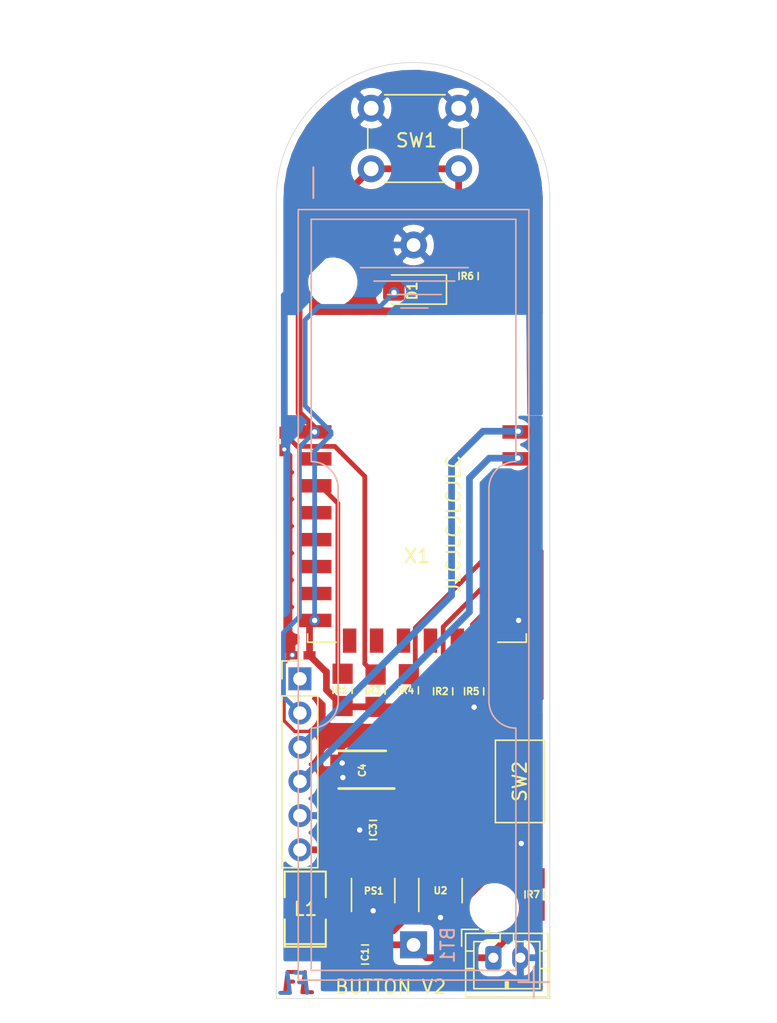
<source format=kicad_pcb>
(kicad_pcb (version 20171130) (host pcbnew "(5.1.9)-1")

  (general
    (thickness 1.6)
    (drawings 11)
    (tracks 134)
    (zones 0)
    (modules 22)
    (nets 14)
  )

  (page A4)
  (layers
    (0 F.Cu signal)
    (31 B.Cu signal)
    (32 B.Adhes user)
    (33 F.Adhes user)
    (34 B.Paste user hide)
    (35 F.Paste user)
    (36 B.SilkS user)
    (37 F.SilkS user)
    (38 B.Mask user hide)
    (39 F.Mask user)
    (40 Dwgs.User user)
    (41 Cmts.User user)
    (42 Eco1.User user)
    (43 Eco2.User user)
    (44 Edge.Cuts user)
    (45 Margin user)
    (46 B.CrtYd user hide)
    (47 F.CrtYd user)
    (48 B.Fab user hide)
    (49 F.Fab user)
  )

  (setup
    (last_trace_width 0.25)
    (user_trace_width 0.35)
    (user_trace_width 0.5)
    (trace_clearance 0.2)
    (zone_clearance 0.508)
    (zone_45_only no)
    (trace_min 0.2)
    (via_size 0.8)
    (via_drill 0.4)
    (via_min_size 0.4)
    (via_min_drill 0.3)
    (user_via 0.5 0.3)
    (uvia_size 0.3)
    (uvia_drill 0.1)
    (uvias_allowed no)
    (uvia_min_size 0.2)
    (uvia_min_drill 0.1)
    (edge_width 0.05)
    (segment_width 0.2)
    (pcb_text_width 0.3)
    (pcb_text_size 1.5 1.5)
    (mod_edge_width 0.12)
    (mod_text_size 1 1)
    (mod_text_width 0.15)
    (pad_size 1.524 1.524)
    (pad_drill 0.762)
    (pad_to_mask_clearance 0)
    (aux_axis_origin 0 0)
    (visible_elements 7FFFFFFF)
    (pcbplotparams
      (layerselection 0x010fc_ffffffff)
      (usegerberextensions false)
      (usegerberattributes false)
      (usegerberadvancedattributes true)
      (creategerberjobfile false)
      (excludeedgelayer true)
      (linewidth 0.100000)
      (plotframeref false)
      (viasonmask false)
      (mode 1)
      (useauxorigin false)
      (hpglpennumber 1)
      (hpglpenspeed 20)
      (hpglpendiameter 15.000000)
      (psnegative false)
      (psa4output false)
      (plotreference true)
      (plotvalue true)
      (plotinvisibletext false)
      (padsonsilk false)
      (subtractmaskfromsilk false)
      (outputformat 1)
      (mirror false)
      (drillshape 0)
      (scaleselection 1)
      (outputdirectory ""))
  )

  (net 0 "")
  (net 1 /VCC)
  (net 2 /GND)
  (net 3 /RST)
  (net 4 /RX)
  (net 5 /TX)
  (net 6 /EN)
  (net 7 /GPIO2)
  (net 8 /GPIO0)
  (net 9 "Net-(BT1-Pad1)")
  (net 10 "Net-(L1-Pad2)")
  (net 11 /GPIO15)
  (net 12 "Net-(D1-Pad1)")
  (net 13 "Net-(PS1-Pad3)")

  (net_class Default "This is the default net class."
    (clearance 0.2)
    (trace_width 0.25)
    (via_dia 0.8)
    (via_drill 0.4)
    (uvia_dia 0.3)
    (uvia_drill 0.1)
    (add_net /EN)
    (add_net /GND)
    (add_net /GPIO0)
    (add_net /GPIO15)
    (add_net /GPIO2)
    (add_net /RST)
    (add_net /RX)
    (add_net /TX)
    (add_net /VCC)
    (add_net "Net-(BT1-Pad1)")
    (add_net "Net-(D1-Pad1)")
    (add_net "Net-(L1-Pad2)")
    (add_net "Net-(PS1-Pad3)")
  )

  (module handsolder:SOT-23-5_HandSolderingmod (layer F.Cu) (tedit 6035922E) (tstamp 603AE106)
    (at 124 105.5 90)
    (descr "5-pin SOT23 package")
    (tags "SOT-23-5 hand-soldering")
    (path /603AF677)
    (attr smd)
    (fp_text reference PS1 (at -0.025 0.05 180) (layer F.SilkS)
      (effects (font (size 0.5 0.5) (thickness 0.125)))
    )
    (fp_text value TPS61097A-33DBVR (at 0 0 90) (layer F.SilkS) hide
      (effects (font (size 1.27 1.27) (thickness 0.254)))
    )
    (fp_line (start 2.38 1.8) (end -2.38 1.8) (layer F.CrtYd) (width 0.05))
    (fp_line (start 2.38 1.8) (end 2.38 -1.8) (layer F.CrtYd) (width 0.05))
    (fp_line (start -2.38 -1.8) (end -2.38 1.8) (layer F.CrtYd) (width 0.05))
    (fp_line (start -2.38 -1.8) (end 2.38 -1.8) (layer F.CrtYd) (width 0.05))
    (fp_line (start 0.9 -1.55) (end 0.9 1.55) (layer F.Fab) (width 0.1))
    (fp_line (start 0.9 1.55) (end -0.9 1.55) (layer F.Fab) (width 0.1))
    (fp_line (start -0.9 -0.9) (end -0.9 1.55) (layer F.Fab) (width 0.1))
    (fp_line (start 0.9 -1.55) (end -0.25 -1.55) (layer F.Fab) (width 0.1))
    (fp_line (start -0.9 -0.9) (end -0.25 -1.55) (layer F.Fab) (width 0.1))
    (fp_line (start 0.9 -1.61) (end -1.55 -1.61) (layer F.SilkS) (width 0.12))
    (fp_line (start -0.9 1.61) (end 0.9 1.61) (layer F.SilkS) (width 0.12))
    (fp_text user %R (at 0 0 90) (layer F.Fab)
      (effects (font (size 1.27 1.27) (thickness 0.254)))
    )
    (pad 5 smd rect (at 1.5 -0.95 90) (size 2 0.65) (layers F.Cu F.Paste F.Mask)
      (net 10 "Net-(L1-Pad2)"))
    (pad 4 smd rect (at 1.5 0.95 90) (size 2 0.65) (layers F.Cu F.Paste F.Mask)
      (net 1 /VCC))
    (pad 3 smd rect (at -1.55 0.95 90) (size 2 0.65) (layers F.Cu F.Paste F.Mask)
      (net 13 "Net-(PS1-Pad3)"))
    (pad 2 smd trapezoid (at -1.55 0 90) (size 2 0.65) (layers F.Cu F.Paste F.Mask)
      (net 2 /GND))
    (pad 1 smd rect (at -1.55 -0.95 90) (size 2 0.65) (layers F.Cu F.Paste F.Mask)
      (net 9 "Net-(BT1-Pad1)"))
    (model ${KISYS3DMOD}/Package_TO_SOT_SMD.3dshapes/SOT-23-5.wrl
      (at (xyz 0 0 0))
      (scale (xyz 1 1 1))
      (rotate (xyz 0 0 0))
    )
  )

  (module SamacSys_Parts:CAPPM3528X210N (layer F.Cu) (tedit 60364A5B) (tstamp 603AE068)
    (at 123.19 96.52 180)
    (descr T495B-10)
    (tags "Capacitor Polarised")
    (path /603CE4B0)
    (attr smd)
    (fp_text reference C4 (at 0 -0.05 270) (layer F.SilkS)
      (effects (font (size 0.5 0.5) (thickness 0.125)))
    )
    (fp_text value 100uF (at 0 0 180) (layer F.SilkS) hide
      (effects (font (size 1.27 1.27) (thickness 0.254)))
    )
    (fp_line (start -1.75 1.4) (end 1.75 1.4) (layer F.SilkS) (width 0.2))
    (fp_line (start 1.75 -1.4) (end -2.375 -1.4) (layer F.SilkS) (width 0.2))
    (fp_line (start -1.75 -0.575) (end -0.925 -1.4) (layer F.Fab) (width 0.1))
    (fp_line (start -1.75 1.4) (end -1.75 -1.4) (layer F.Fab) (width 0.1))
    (fp_line (start 1.75 1.4) (end -1.75 1.4) (layer F.Fab) (width 0.1))
    (fp_line (start 1.75 -1.4) (end 1.75 1.4) (layer F.Fab) (width 0.1))
    (fp_line (start -1.75 -1.4) (end 1.75 -1.4) (layer F.Fab) (width 0.1))
    (fp_line (start -2.625 1.75) (end -2.625 -1.75) (layer F.CrtYd) (width 0.05))
    (fp_line (start 2.625 1.75) (end -2.625 1.75) (layer F.CrtYd) (width 0.05))
    (fp_line (start 2.625 -1.75) (end 2.625 1.75) (layer F.CrtYd) (width 0.05))
    (fp_line (start -2.625 -1.75) (end 2.625 -1.75) (layer F.CrtYd) (width 0.05))
    (fp_text user %R (at 0 0 180) (layer F.Fab)
      (effects (font (size 1.27 1.27) (thickness 0.254)))
    )
    (pad 2 smd rect (at 1.55 0 180) (size 1.65 2.25) (layers F.Cu F.Paste F.Mask)
      (net 2 /GND))
    (pad 1 smd rect (at -1.55 0 180) (size 1.65 2.25) (layers F.Cu F.Paste F.Mask)
      (net 1 /VCC))
    (model "C:\\Program Files\\KiCad\\SamacSys_Parts.3dshapes\\T495B476K006ATE450.stp"
      (at (xyz 0 0 0))
      (scale (xyz 1 1 1))
      (rotate (xyz 0 0 0))
    )
  )

  (module handsolder:SMD-1210_Pol_inductor (layer F.Cu) (tedit 6037CDBB) (tstamp 602DB575)
    (at 118.96 106.88 90)
    (tags "CMS SM")
    (path /602E234D)
    (attr smd)
    (fp_text reference L1 (at 0.015 0.015) (layer F.SilkS)
      (effects (font (size 1 1) (thickness 0.15)))
    )
    (fp_text value "4.7 uH" (at 0 0.762 90) (layer F.Fab)
      (effects (font (size 1 1) (thickness 0.15)))
    )
    (fp_line (start -2.794 -1.524) (end -2.794 1.524) (layer F.SilkS) (width 0.15))
    (fp_line (start 0.889 1.524) (end 2.794 1.524) (layer F.SilkS) (width 0.15))
    (fp_line (start 2.794 1.524) (end 2.794 -1.524) (layer F.SilkS) (width 0.15))
    (fp_line (start 2.794 -1.524) (end 0.889 -1.524) (layer F.SilkS) (width 0.15))
    (fp_line (start -0.762 -1.524) (end -2.794 -1.524) (layer F.SilkS) (width 0.15))
    (fp_line (start -2.594 -1.524) (end -2.594 1.524) (layer F.SilkS) (width 0.15))
    (fp_line (start -2.794 1.524) (end -0.762 1.524) (layer F.SilkS) (width 0.15))
    (pad 1 smd rect (at -1.778 0 90) (size 1.778 2.794) (layers F.Cu F.Paste F.Mask)
      (net 9 "Net-(BT1-Pad1)") (zone_connect 2))
    (pad 2 smd rect (at 1.778 0 90) (size 1.778 2.794) (layers F.Cu F.Paste F.Mask)
      (net 10 "Net-(L1-Pad2)"))
    (model SMD_Packages.3dshapes/SMD-1210_Pol.wrl
      (at (xyz 0 0 0))
      (scale (xyz 0.2 0.2 0.2))
      (rotate (xyz 0 0 0))
    )
    (model ${KISYS3DMOD}/Inductor_SMD.3dshapes/L_1206_3216Metric.step
      (at (xyz 0 0 0))
      (scale (xyz 1 1 1))
      (rotate (xyz 0 0 0))
    )
    (model ${KISYS3DMOD}/Inductor_SMD.3dshapes/L_1210_3225Metric.step
      (at (xyz 0 0 0))
      (scale (xyz 1 1 1))
      (rotate (xyz 0 0 0))
    )
  )

  (module LED_SMD:LED_1206_3216Metric_Castellated (layer F.Cu) (tedit 603A8330) (tstamp 602DB54A)
    (at 126.96 60.85 180)
    (descr "LED SMD 1206 (3216 Metric), castellated end terminal, IPC_7351 nominal, (Body size source: http://www.tortai-tech.com/upload/download/2011102023233369053.pdf), generated with kicad-footprint-generator")
    (tags "LED castellated")
    (path /602D28D1)
    (attr smd)
    (fp_text reference D1 (at 0.05 -0.1 90) (layer F.SilkS)
      (effects (font (size 0.7 0.7) (thickness 0.15)))
    )
    (fp_text value LED (at 0 1.78) (layer F.Fab)
      (effects (font (size 1 1) (thickness 0.15)))
    )
    (fp_line (start 2.48 1.08) (end -2.48 1.08) (layer F.CrtYd) (width 0.05))
    (fp_line (start 2.48 -1.08) (end 2.48 1.08) (layer F.CrtYd) (width 0.05))
    (fp_line (start -2.48 -1.08) (end 2.48 -1.08) (layer F.CrtYd) (width 0.05))
    (fp_line (start -2.48 1.08) (end -2.48 -1.08) (layer F.CrtYd) (width 0.05))
    (fp_line (start -2.485 1.085) (end 1.6 1.085) (layer F.SilkS) (width 0.12))
    (fp_line (start -2.485 -1.085) (end -2.485 1.085) (layer F.SilkS) (width 0.12))
    (fp_line (start 1.6 -1.085) (end -2.485 -1.085) (layer F.SilkS) (width 0.12))
    (fp_line (start 1.6 0.8) (end 1.6 -0.8) (layer F.Fab) (width 0.1))
    (fp_line (start -1.6 0.8) (end 1.6 0.8) (layer F.Fab) (width 0.1))
    (fp_line (start -1.6 -0.4) (end -1.6 0.8) (layer F.Fab) (width 0.1))
    (fp_line (start -1.2 -0.8) (end -1.6 -0.4) (layer F.Fab) (width 0.1))
    (fp_line (start 1.6 -0.8) (end -1.2 -0.8) (layer F.Fab) (width 0.1))
    (fp_text user %R (at 0 0) (layer F.Fab)
      (effects (font (size 0.8 0.8) (thickness 0.12)))
    )
    (pad 2 smd roundrect (at 1.425 0 180) (size 1.6 1.65) (layers F.Cu F.Paste F.Mask) (roundrect_rratio 0.15625)
      (net 1 /VCC))
    (pad 1 smd roundrect (at -1.425 0 180) (size 1.6 1.65) (layers F.Cu F.Paste F.Mask) (roundrect_rratio 0.15625)
      (net 12 "Net-(D1-Pad1)"))
    (model ${KISYS3DMOD}/LED_SMD.3dshapes/LED_1206_3216Metric_Castellated.wrl
      (at (xyz 0 0 0))
      (scale (xyz 1 1 1))
      (rotate (xyz 0 0 0))
    )
  )

  (module handsolder:SOT-23-5_HandSolderingmod (layer F.Cu) (tedit 6035922E) (tstamp 602E9ADE)
    (at 129 105.5 90)
    (descr "5-pin SOT23 package")
    (tags "SOT-23-5 hand-soldering")
    (path /602F5FBE)
    (attr smd)
    (fp_text reference U2 (at 0 0) (layer F.SilkS)
      (effects (font (size 0.5 0.5) (thickness 0.125)))
    )
    (fp_text value AP2112K-3.3 (at 10.287 1.143 90) (layer F.SilkS) hide
      (effects (font (size 1 1) (thickness 0.15)))
    )
    (fp_line (start -0.9 1.61) (end 0.9 1.61) (layer F.SilkS) (width 0.12))
    (fp_line (start 0.9 -1.61) (end -1.55 -1.61) (layer F.SilkS) (width 0.12))
    (fp_line (start -0.9 -0.9) (end -0.25 -1.55) (layer F.Fab) (width 0.1))
    (fp_line (start 0.9 -1.55) (end -0.25 -1.55) (layer F.Fab) (width 0.1))
    (fp_line (start -0.9 -0.9) (end -0.9 1.55) (layer F.Fab) (width 0.1))
    (fp_line (start 0.9 1.55) (end -0.9 1.55) (layer F.Fab) (width 0.1))
    (fp_line (start 0.9 -1.55) (end 0.9 1.55) (layer F.Fab) (width 0.1))
    (fp_line (start -2.38 -1.8) (end 2.38 -1.8) (layer F.CrtYd) (width 0.05))
    (fp_line (start -2.38 -1.8) (end -2.38 1.8) (layer F.CrtYd) (width 0.05))
    (fp_line (start 2.38 1.8) (end 2.38 -1.8) (layer F.CrtYd) (width 0.05))
    (fp_line (start 2.38 1.8) (end -2.38 1.8) (layer F.CrtYd) (width 0.05))
    (fp_text user %R (at 0 0 180) (layer F.Fab)
      (effects (font (size 0.5 0.5) (thickness 0.075)))
    )
    (pad 5 smd rect (at 1.5 -0.95 90) (size 2 0.65) (layers F.Cu F.Paste F.Mask)
      (net 1 /VCC))
    (pad 4 smd rect (at 1.5 0.95 90) (size 2 0.65) (layers F.Cu F.Paste F.Mask))
    (pad 3 smd rect (at -1.55 0.95 90) (size 2 0.65) (layers F.Cu F.Paste F.Mask)
      (net 13 "Net-(PS1-Pad3)"))
    (pad 2 smd trapezoid (at -1.55 0 90) (size 2 0.65) (layers F.Cu F.Paste F.Mask)
      (net 2 /GND))
    (pad 1 smd rect (at -1.55 -0.95 90) (size 2 0.65) (layers F.Cu F.Paste F.Mask)
      (net 9 "Net-(BT1-Pad1)"))
    (model ${KISYS3DMOD}/Package_TO_SOT_SMD.3dshapes/SOT-23-5.wrl
      (at (xyz 0 0 0))
      (scale (xyz 1 1 1))
      (rotate (xyz 0 0 0))
    )
  )

  (module handsolder:C_0805_2012handsodermod (layer F.Cu) (tedit 603591CC) (tstamp 602DB538)
    (at 124 101 180)
    (descr "Capacitor SMD 0805 (2012 Metric), square (rectangular) end terminal, IPC_7351 nominal with elongated pad for handsoldering. (Body size source: https://docs.google.com/spreadsheets/d/1BsfQQcO9C6DZCsRaXUlFlo91Tg2WpOkGARC1WS5S8t0/edit?usp=sharing), generated with kicad-footprint-generator")
    (tags "capacitor handsolder")
    (path /602E3D4A)
    (attr smd)
    (fp_text reference C3 (at 0 0 90) (layer F.SilkS)
      (effects (font (size 0.5 0.5) (thickness 0.125)))
    )
    (fp_text value 10uF (at 0 1.65) (layer F.Fab) hide
      (effects (font (size 1 1) (thickness 0.15)))
    )
    (fp_line (start -1 0.6) (end -1 -0.6) (layer F.Fab) (width 0.1))
    (fp_line (start -1 -0.6) (end 1 -0.6) (layer F.Fab) (width 0.1))
    (fp_line (start 1 -0.6) (end 1 0.6) (layer F.Fab) (width 0.1))
    (fp_line (start 1 0.6) (end -1 0.6) (layer F.Fab) (width 0.1))
    (fp_line (start -0.261252 -0.71) (end 0.261252 -0.71) (layer F.SilkS) (width 0.12))
    (fp_line (start -0.261252 0.71) (end 0.261252 0.71) (layer F.SilkS) (width 0.12))
    (fp_line (start -2 0.95) (end -2 -0.95) (layer F.CrtYd) (width 0.05))
    (fp_line (start -2 -0.95) (end 2.05 -0.95) (layer F.CrtYd) (width 0.05))
    (fp_line (start 2.05 -0.95) (end 2.05 0.95) (layer F.CrtYd) (width 0.05))
    (fp_line (start 2.05 0.95) (end -2 0.95) (layer F.CrtYd) (width 0.05))
    (fp_text user %R (at 0 0) (layer F.Fab)
      (effects (font (size 0.5 0.5) (thickness 0.08)))
    )
    (pad 2 smd rect (at 1.15 0 180) (size 1.5 1.1) (layers F.Cu F.Paste F.Mask)
      (net 2 /GND))
    (pad 1 smd rect (at -1.15 0 180) (size 1.5 1.1) (layers F.Cu F.Paste F.Mask)
      (net 1 /VCC))
    (model ${KISYS3DMOD}/Capacitor_SMD.3dshapes/C_0805_2012Metric.wrl
      (at (xyz 0 0 0))
      (scale (xyz 1 1 1))
      (rotate (xyz 0 0 0))
    )
  )

  (module handsolder:C_0805_2012handsodermod (layer F.Cu) (tedit 603591CC) (tstamp 602DB516)
    (at 123.4 110.25)
    (descr "Capacitor SMD 0805 (2012 Metric), square (rectangular) end terminal, IPC_7351 nominal with elongated pad for handsoldering. (Body size source: https://docs.google.com/spreadsheets/d/1BsfQQcO9C6DZCsRaXUlFlo91Tg2WpOkGARC1WS5S8t0/edit?usp=sharing), generated with kicad-footprint-generator")
    (tags "capacitor handsolder")
    (path /602D0C1F)
    (attr smd)
    (fp_text reference C1 (at 0 0 90) (layer F.SilkS)
      (effects (font (size 0.5 0.5) (thickness 0.125)))
    )
    (fp_text value 10uF (at 0 1.65) (layer F.Fab) hide
      (effects (font (size 1 1) (thickness 0.15)))
    )
    (fp_line (start -1 0.6) (end -1 -0.6) (layer F.Fab) (width 0.1))
    (fp_line (start -1 -0.6) (end 1 -0.6) (layer F.Fab) (width 0.1))
    (fp_line (start 1 -0.6) (end 1 0.6) (layer F.Fab) (width 0.1))
    (fp_line (start 1 0.6) (end -1 0.6) (layer F.Fab) (width 0.1))
    (fp_line (start -0.261252 -0.71) (end 0.261252 -0.71) (layer F.SilkS) (width 0.12))
    (fp_line (start -0.261252 0.71) (end 0.261252 0.71) (layer F.SilkS) (width 0.12))
    (fp_line (start -2 0.95) (end -2 -0.95) (layer F.CrtYd) (width 0.05))
    (fp_line (start -2 -0.95) (end 2.05 -0.95) (layer F.CrtYd) (width 0.05))
    (fp_line (start 2.05 -0.95) (end 2.05 0.95) (layer F.CrtYd) (width 0.05))
    (fp_line (start 2.05 0.95) (end -2 0.95) (layer F.CrtYd) (width 0.05))
    (fp_text user %R (at 0 0) (layer F.Fab)
      (effects (font (size 0.5 0.5) (thickness 0.08)))
    )
    (pad 2 smd rect (at 1.15 0) (size 1.5 1.1) (layers F.Cu F.Paste F.Mask)
      (net 9 "Net-(BT1-Pad1)"))
    (pad 1 smd rect (at -1.15 0) (size 1.5 1.1) (layers F.Cu F.Paste F.Mask)
      (net 2 /GND))
    (model ${KISYS3DMOD}/Capacitor_SMD.3dshapes/C_0805_2012Metric.wrl
      (at (xyz 0 0 0))
      (scale (xyz 1 1 1))
      (rotate (xyz 0 0 0))
    )
  )

  (module handsolder:R_0805_2012handsoldermod (layer F.Cu) (tedit 60358F22) (tstamp 602DB5A8)
    (at 124.18 90.65 90)
    (descr "Resistor SMD 0805 (2012 Metric), square (rectangular) end terminal, IPC_7351 nominal with elongated pad for handsoldering. (Body size source: https://docs.google.com/spreadsheets/d/1BsfQQcO9C6DZCsRaXUlFlo91Tg2WpOkGARC1WS5S8t0/edit?usp=sharing), generated with kicad-footprint-generator")
    (tags "resistor handsolder")
    (path /602C7954)
    (attr smd)
    (fp_text reference R3 (at 0 -0.1) (layer F.SilkS)
      (effects (font (size 0.5 0.5) (thickness 0.125)))
    )
    (fp_text value 10k (at 0 1.65 90) (layer F.Fab) hide
      (effects (font (size 1 1) (thickness 0.15)))
    )
    (fp_line (start -1 0.6) (end -1 -0.6) (layer F.Fab) (width 0.1))
    (fp_line (start -1 -0.6) (end 1 -0.6) (layer F.Fab) (width 0.1))
    (fp_line (start 1 -0.6) (end 1 0.6) (layer F.Fab) (width 0.1))
    (fp_line (start 1 0.6) (end -1 0.6) (layer F.Fab) (width 0.1))
    (fp_line (start -0.261252 -0.71) (end 0.261252 -0.71) (layer F.SilkS) (width 0.12))
    (fp_line (start -0.261252 0.71) (end 0.261252 0.71) (layer F.SilkS) (width 0.12))
    (fp_line (start -2.05 0.95) (end -2.05 -0.95) (layer F.CrtYd) (width 0.05))
    (fp_line (start -2.05 -0.95) (end 2.05 -0.95) (layer F.CrtYd) (width 0.05))
    (fp_line (start 2.05 -0.95) (end 2.05 0.95) (layer F.CrtYd) (width 0.05))
    (fp_line (start 2.05 0.95) (end -2.05 0.95) (layer F.CrtYd) (width 0.05))
    (fp_text user %R (at 0 0 90) (layer F.Fab)
      (effects (font (size 0.5 0.5) (thickness 0.08)))
    )
    (pad 2 smd rect (at 1.2 0 90) (size 1.5 1.5) (layers F.Cu F.Paste F.Mask)
      (net 3 /RST))
    (pad 1 smd rect (at -1.2 0 90) (size 1.5 1.5) (layers F.Cu F.Paste F.Mask)
      (net 1 /VCC))
    (model ${KISYS3DMOD}/Resistor_SMD.3dshapes/R_0805_2012Metric.wrl
      (at (xyz 0 0 0))
      (scale (xyz 1 1 1))
      (rotate (xyz 0 0 0))
    )
  )

  (module handsolder:R_0805_2012handsoldermod (layer F.Cu) (tedit 60358F22) (tstamp 602DB586)
    (at 121.73 90.59 90)
    (descr "Resistor SMD 0805 (2012 Metric), square (rectangular) end terminal, IPC_7351 nominal with elongated pad for handsoldering. (Body size source: https://docs.google.com/spreadsheets/d/1BsfQQcO9C6DZCsRaXUlFlo91Tg2WpOkGARC1WS5S8t0/edit?usp=sharing), generated with kicad-footprint-generator")
    (tags "resistor handsolder")
    (path /602C727C)
    (attr smd)
    (fp_text reference R1 (at 0 -0.1) (layer F.SilkS)
      (effects (font (size 0.5 0.5) (thickness 0.125)))
    )
    (fp_text value 10k (at 0 1.65 90) (layer F.Fab) hide
      (effects (font (size 1 1) (thickness 0.15)))
    )
    (fp_line (start -1 0.6) (end -1 -0.6) (layer F.Fab) (width 0.1))
    (fp_line (start -1 -0.6) (end 1 -0.6) (layer F.Fab) (width 0.1))
    (fp_line (start 1 -0.6) (end 1 0.6) (layer F.Fab) (width 0.1))
    (fp_line (start 1 0.6) (end -1 0.6) (layer F.Fab) (width 0.1))
    (fp_line (start -0.261252 -0.71) (end 0.261252 -0.71) (layer F.SilkS) (width 0.12))
    (fp_line (start -0.261252 0.71) (end 0.261252 0.71) (layer F.SilkS) (width 0.12))
    (fp_line (start -2.05 0.95) (end -2.05 -0.95) (layer F.CrtYd) (width 0.05))
    (fp_line (start -2.05 -0.95) (end 2.05 -0.95) (layer F.CrtYd) (width 0.05))
    (fp_line (start 2.05 -0.95) (end 2.05 0.95) (layer F.CrtYd) (width 0.05))
    (fp_line (start 2.05 0.95) (end -2.05 0.95) (layer F.CrtYd) (width 0.05))
    (fp_text user %R (at 0 0 90) (layer F.Fab)
      (effects (font (size 0.5 0.5) (thickness 0.08)))
    )
    (pad 2 smd rect (at 1.2 0 90) (size 1.5 1.5) (layers F.Cu F.Paste F.Mask)
      (net 6 /EN))
    (pad 1 smd rect (at -1.2 0 90) (size 1.5 1.5) (layers F.Cu F.Paste F.Mask)
      (net 1 /VCC))
    (model ${KISYS3DMOD}/Resistor_SMD.3dshapes/R_0805_2012Metric.wrl
      (at (xyz 0 0 0))
      (scale (xyz 1 1 1))
      (rotate (xyz 0 0 0))
    )
  )

  (module handsolder:R_0805_2012handsoldermod (layer F.Cu) (tedit 60358F22) (tstamp 602E9A2F)
    (at 135.99 105.79 90)
    (descr "Resistor SMD 0805 (2012 Metric), square (rectangular) end terminal, IPC_7351 nominal with elongated pad for handsoldering. (Body size source: https://docs.google.com/spreadsheets/d/1BsfQQcO9C6DZCsRaXUlFlo91Tg2WpOkGARC1WS5S8t0/edit?usp=sharing), generated with kicad-footprint-generator")
    (tags "resistor handsolder")
    (path /602F7A06)
    (attr smd)
    (fp_text reference R7 (at 0 -0.1) (layer F.SilkS)
      (effects (font (size 0.5 0.5) (thickness 0.125)))
    )
    (fp_text value 10k (at 0 1.65 90) (layer F.Fab) hide
      (effects (font (size 1 1) (thickness 0.15)))
    )
    (fp_line (start -1 0.6) (end -1 -0.6) (layer F.Fab) (width 0.1))
    (fp_line (start -1 -0.6) (end 1 -0.6) (layer F.Fab) (width 0.1))
    (fp_line (start 1 -0.6) (end 1 0.6) (layer F.Fab) (width 0.1))
    (fp_line (start 1 0.6) (end -1 0.6) (layer F.Fab) (width 0.1))
    (fp_line (start -0.261252 -0.71) (end 0.261252 -0.71) (layer F.SilkS) (width 0.12))
    (fp_line (start -0.261252 0.71) (end 0.261252 0.71) (layer F.SilkS) (width 0.12))
    (fp_line (start -2.05 0.95) (end -2.05 -0.95) (layer F.CrtYd) (width 0.05))
    (fp_line (start -2.05 -0.95) (end 2.05 -0.95) (layer F.CrtYd) (width 0.05))
    (fp_line (start 2.05 -0.95) (end 2.05 0.95) (layer F.CrtYd) (width 0.05))
    (fp_line (start 2.05 0.95) (end -2.05 0.95) (layer F.CrtYd) (width 0.05))
    (fp_text user %R (at 0 0 90) (layer F.Fab)
      (effects (font (size 0.5 0.5) (thickness 0.08)))
    )
    (pad 2 smd rect (at 1.2 0 90) (size 1.5 1.5) (layers F.Cu F.Paste F.Mask)
      (net 13 "Net-(PS1-Pad3)"))
    (pad 1 smd rect (at -1.2 0 90) (size 1.5 1.5) (layers F.Cu F.Paste F.Mask)
      (net 9 "Net-(BT1-Pad1)"))
    (model ${KISYS3DMOD}/Resistor_SMD.3dshapes/R_0805_2012Metric.wrl
      (at (xyz 0 0 0))
      (scale (xyz 1 1 1))
      (rotate (xyz 0 0 0))
    )
  )

  (module handsolder:R_0805_2012handsoldermod (layer F.Cu) (tedit 60358F22) (tstamp 602DB5DB)
    (at 131.09 59.85 90)
    (descr "Resistor SMD 0805 (2012 Metric), square (rectangular) end terminal, IPC_7351 nominal with elongated pad for handsoldering. (Body size source: https://docs.google.com/spreadsheets/d/1BsfQQcO9C6DZCsRaXUlFlo91Tg2WpOkGARC1WS5S8t0/edit?usp=sharing), generated with kicad-footprint-generator")
    (tags "resistor handsolder")
    (path /602D454A)
    (attr smd)
    (fp_text reference R6 (at 0 -0.1) (layer F.SilkS)
      (effects (font (size 0.5 0.5) (thickness 0.125)))
    )
    (fp_text value 1k (at 0 1.65 90) (layer F.Fab) hide
      (effects (font (size 1 1) (thickness 0.15)))
    )
    (fp_line (start -1 0.6) (end -1 -0.6) (layer F.Fab) (width 0.1))
    (fp_line (start -1 -0.6) (end 1 -0.6) (layer F.Fab) (width 0.1))
    (fp_line (start 1 -0.6) (end 1 0.6) (layer F.Fab) (width 0.1))
    (fp_line (start 1 0.6) (end -1 0.6) (layer F.Fab) (width 0.1))
    (fp_line (start -0.261252 -0.71) (end 0.261252 -0.71) (layer F.SilkS) (width 0.12))
    (fp_line (start -0.261252 0.71) (end 0.261252 0.71) (layer F.SilkS) (width 0.12))
    (fp_line (start -2.05 0.95) (end -2.05 -0.95) (layer F.CrtYd) (width 0.05))
    (fp_line (start -2.05 -0.95) (end 2.05 -0.95) (layer F.CrtYd) (width 0.05))
    (fp_line (start 2.05 -0.95) (end 2.05 0.95) (layer F.CrtYd) (width 0.05))
    (fp_line (start 2.05 0.95) (end -2.05 0.95) (layer F.CrtYd) (width 0.05))
    (fp_text user %R (at 0 0 90) (layer F.Fab)
      (effects (font (size 0.5 0.5) (thickness 0.08)))
    )
    (pad 2 smd rect (at 1.2 0 90) (size 1.5 1.5) (layers F.Cu F.Paste F.Mask)
      (net 3 /RST))
    (pad 1 smd rect (at -1.2 0 90) (size 1.5 1.5) (layers F.Cu F.Paste F.Mask)
      (net 12 "Net-(D1-Pad1)"))
    (model ${KISYS3DMOD}/Resistor_SMD.3dshapes/R_0805_2012Metric.wrl
      (at (xyz 0 0 0))
      (scale (xyz 1 1 1))
      (rotate (xyz 0 0 0))
    )
  )

  (module handsolder:R_0805_2012handsoldermod (layer F.Cu) (tedit 60358F22) (tstamp 602DB5CA)
    (at 131.5 90.7 90)
    (descr "Resistor SMD 0805 (2012 Metric), square (rectangular) end terminal, IPC_7351 nominal with elongated pad for handsoldering. (Body size source: https://docs.google.com/spreadsheets/d/1BsfQQcO9C6DZCsRaXUlFlo91Tg2WpOkGARC1WS5S8t0/edit?usp=sharing), generated with kicad-footprint-generator")
    (tags "resistor handsolder")
    (path /602CA91E)
    (attr smd)
    (fp_text reference R5 (at 0 -0.1) (layer F.SilkS)
      (effects (font (size 0.5 0.5) (thickness 0.125)))
    )
    (fp_text value 4.7k (at 0 1.65 90) (layer F.Fab) hide
      (effects (font (size 1 1) (thickness 0.15)))
    )
    (fp_line (start -1 0.6) (end -1 -0.6) (layer F.Fab) (width 0.1))
    (fp_line (start -1 -0.6) (end 1 -0.6) (layer F.Fab) (width 0.1))
    (fp_line (start 1 -0.6) (end 1 0.6) (layer F.Fab) (width 0.1))
    (fp_line (start 1 0.6) (end -1 0.6) (layer F.Fab) (width 0.1))
    (fp_line (start -0.261252 -0.71) (end 0.261252 -0.71) (layer F.SilkS) (width 0.12))
    (fp_line (start -0.261252 0.71) (end 0.261252 0.71) (layer F.SilkS) (width 0.12))
    (fp_line (start -2.05 0.95) (end -2.05 -0.95) (layer F.CrtYd) (width 0.05))
    (fp_line (start -2.05 -0.95) (end 2.05 -0.95) (layer F.CrtYd) (width 0.05))
    (fp_line (start 2.05 -0.95) (end 2.05 0.95) (layer F.CrtYd) (width 0.05))
    (fp_line (start 2.05 0.95) (end -2.05 0.95) (layer F.CrtYd) (width 0.05))
    (fp_text user %R (at 0 0 90) (layer F.Fab)
      (effects (font (size 0.5 0.5) (thickness 0.08)))
    )
    (pad 2 smd rect (at 1.2 0 90) (size 1.5 1.5) (layers F.Cu F.Paste F.Mask)
      (net 11 /GPIO15))
    (pad 1 smd rect (at -1.2 0 90) (size 1.5 1.5) (layers F.Cu F.Paste F.Mask)
      (net 2 /GND))
    (model ${KISYS3DMOD}/Resistor_SMD.3dshapes/R_0805_2012Metric.wrl
      (at (xyz 0 0 0))
      (scale (xyz 1 1 1))
      (rotate (xyz 0 0 0))
    )
  )

  (module handsolder:R_0805_2012handsoldermod (layer F.Cu) (tedit 60358F22) (tstamp 602DB5B9)
    (at 126.65 90.625 90)
    (descr "Resistor SMD 0805 (2012 Metric), square (rectangular) end terminal, IPC_7351 nominal with elongated pad for handsoldering. (Body size source: https://docs.google.com/spreadsheets/d/1BsfQQcO9C6DZCsRaXUlFlo91Tg2WpOkGARC1WS5S8t0/edit?usp=sharing), generated with kicad-footprint-generator")
    (tags "resistor handsolder")
    (path /602CA541)
    (attr smd)
    (fp_text reference R4 (at 0 -0.1) (layer F.SilkS)
      (effects (font (size 0.5 0.5) (thickness 0.125)))
    )
    (fp_text value 10k (at 0 1.65 90) (layer F.Fab) hide
      (effects (font (size 1 1) (thickness 0.15)))
    )
    (fp_line (start -1 0.6) (end -1 -0.6) (layer F.Fab) (width 0.1))
    (fp_line (start -1 -0.6) (end 1 -0.6) (layer F.Fab) (width 0.1))
    (fp_line (start 1 -0.6) (end 1 0.6) (layer F.Fab) (width 0.1))
    (fp_line (start 1 0.6) (end -1 0.6) (layer F.Fab) (width 0.1))
    (fp_line (start -0.261252 -0.71) (end 0.261252 -0.71) (layer F.SilkS) (width 0.12))
    (fp_line (start -0.261252 0.71) (end 0.261252 0.71) (layer F.SilkS) (width 0.12))
    (fp_line (start -2.05 0.95) (end -2.05 -0.95) (layer F.CrtYd) (width 0.05))
    (fp_line (start -2.05 -0.95) (end 2.05 -0.95) (layer F.CrtYd) (width 0.05))
    (fp_line (start 2.05 -0.95) (end 2.05 0.95) (layer F.CrtYd) (width 0.05))
    (fp_line (start 2.05 0.95) (end -2.05 0.95) (layer F.CrtYd) (width 0.05))
    (fp_text user %R (at 0 0 90) (layer F.Fab)
      (effects (font (size 0.5 0.5) (thickness 0.08)))
    )
    (pad 2 smd rect (at 1.2 0 90) (size 1.5 1.5) (layers F.Cu F.Paste F.Mask)
      (net 8 /GPIO0))
    (pad 1 smd rect (at -1.2 0 90) (size 1.5 1.5) (layers F.Cu F.Paste F.Mask)
      (net 1 /VCC))
    (model ${KISYS3DMOD}/Resistor_SMD.3dshapes/R_0805_2012Metric.wrl
      (at (xyz 0 0 0))
      (scale (xyz 1 1 1))
      (rotate (xyz 0 0 0))
    )
  )

  (module handsolder:R_0805_2012handsoldermod (layer F.Cu) (tedit 60358F22) (tstamp 602DB597)
    (at 129.2 90.7 90)
    (descr "Resistor SMD 0805 (2012 Metric), square (rectangular) end terminal, IPC_7351 nominal with elongated pad for handsoldering. (Body size source: https://docs.google.com/spreadsheets/d/1BsfQQcO9C6DZCsRaXUlFlo91Tg2WpOkGARC1WS5S8t0/edit?usp=sharing), generated with kicad-footprint-generator")
    (tags "resistor handsolder")
    (path /602CC605)
    (attr smd)
    (fp_text reference R2 (at 0 -0.1) (layer F.SilkS)
      (effects (font (size 0.5 0.5) (thickness 0.125)))
    )
    (fp_text value 10k (at 0 1.65 90) (layer F.Fab) hide
      (effects (font (size 1 1) (thickness 0.15)))
    )
    (fp_line (start -1 0.6) (end -1 -0.6) (layer F.Fab) (width 0.1))
    (fp_line (start -1 -0.6) (end 1 -0.6) (layer F.Fab) (width 0.1))
    (fp_line (start 1 -0.6) (end 1 0.6) (layer F.Fab) (width 0.1))
    (fp_line (start 1 0.6) (end -1 0.6) (layer F.Fab) (width 0.1))
    (fp_line (start -0.261252 -0.71) (end 0.261252 -0.71) (layer F.SilkS) (width 0.12))
    (fp_line (start -0.261252 0.71) (end 0.261252 0.71) (layer F.SilkS) (width 0.12))
    (fp_line (start -2.05 0.95) (end -2.05 -0.95) (layer F.CrtYd) (width 0.05))
    (fp_line (start -2.05 -0.95) (end 2.05 -0.95) (layer F.CrtYd) (width 0.05))
    (fp_line (start 2.05 -0.95) (end 2.05 0.95) (layer F.CrtYd) (width 0.05))
    (fp_line (start 2.05 0.95) (end -2.05 0.95) (layer F.CrtYd) (width 0.05))
    (fp_text user %R (at 0 0 90) (layer F.Fab)
      (effects (font (size 0.5 0.5) (thickness 0.08)))
    )
    (pad 2 smd rect (at 1.2 0 90) (size 1.5 1.5) (layers F.Cu F.Paste F.Mask)
      (net 7 /GPIO2))
    (pad 1 smd rect (at -1.2 0 90) (size 1.5 1.5) (layers F.Cu F.Paste F.Mask)
      (net 1 /VCC))
    (model ${KISYS3DMOD}/Resistor_SMD.3dshapes/R_0805_2012Metric.wrl
      (at (xyz 0 0 0))
      (scale (xyz 1 1 1))
      (rotate (xyz 0 0 0))
    )
  )

  (module handsolder:C_0402_1005Metric_Pad0.74x0.62mm_HandSoldermod (layer F.Cu) (tedit 6036714F) (tstamp 602DB527)
    (at 117.348 72.136 90)
    (descr "Capacitor SMD 0402 (1005 Metric), square (rectangular) end terminal, IPC_7351 nominal with elongated pad for handsoldering. (Body size source: IPC-SM-782 page 76, https://www.pcb-3d.com/wordpress/wp-content/uploads/ipc-sm-782a_amendment_1_and_2.pdf), generated with kicad-footprint-generator")
    (tags "capacitor handsolder")
    (path /602C896A)
    (attr smd)
    (fp_text reference C2 (at 0 0 90) (layer F.SilkS) hide
      (effects (font (size 0.5 0.5) (thickness 0.125)))
    )
    (fp_text value 100nF (at 0 1.16 90) (layer F.Fab)
      (effects (font (size 1 1) (thickness 0.15)))
    )
    (fp_line (start -0.5 0.25) (end -0.5 -0.25) (layer F.Fab) (width 0.1))
    (fp_line (start -0.5 -0.25) (end 0.5 -0.25) (layer F.Fab) (width 0.1))
    (fp_line (start 0.5 -0.25) (end 0.5 0.25) (layer F.Fab) (width 0.1))
    (fp_line (start 0.5 0.25) (end -0.5 0.25) (layer F.Fab) (width 0.1))
    (fp_line (start -0.115835 -0.36) (end 0.115835 -0.36) (layer F.SilkS) (width 0.12))
    (fp_line (start -1.08 0.46) (end -1.08 -0.46) (layer F.CrtYd) (width 0.05))
    (fp_line (start -1.08 -0.46) (end 1.08 -0.46) (layer F.CrtYd) (width 0.05))
    (fp_line (start 1.08 -0.46) (end 1.08 0.46) (layer F.CrtYd) (width 0.05))
    (fp_line (start 1.08 0.46) (end -1.08 0.46) (layer F.CrtYd) (width 0.05))
    (fp_text user %R (at 0 0 90) (layer F.Fab)
      (effects (font (size 0.25 0.25) (thickness 0.04)))
    )
    (pad 2 smd rect (at 0.65 0 90) (size 0.9 0.62) (layers F.Cu F.Paste F.Mask)
      (net 3 /RST))
    (pad 1 smd rect (at -0.65 0 90) (size 0.9 0.62) (layers F.Cu F.Paste F.Mask)
      (net 2 /GND))
    (model ${KISYS3DMOD}/Capacitor_SMD.3dshapes/C_0402_1005Metric.wrl
      (at (xyz 0 0 0))
      (scale (xyz 1 1 1))
      (rotate (xyz 0 0 0))
    )
  )

  (module handsolder:ESP-12Elesssilk (layer F.Cu) (tedit 60343770) (tstamp 603AE9E3)
    (at 127.254 74.93)
    (descr "Wi-Fi Module, http://wiki.ai-thinker.com/_media/esp8266/docs/aithinker_esp_12f_datasheet_en.pdf")
    (tags "Wi-Fi Module")
    (path /603A9295)
    (attr smd)
    (fp_text reference X1 (at 0 5.715 -180) (layer F.SilkS)
      (effects (font (size 1 1) (thickness 0.15)))
    )
    (fp_text value ESP-12E (at -0.06 -12.78 -180) (layer F.Fab)
      (effects (font (size 1 1) (thickness 0.15)))
    )
    (fp_line (start -8 -12) (end 8 -12) (layer F.Fab) (width 0.12))
    (fp_line (start 8 -12) (end 8 12) (layer F.Fab) (width 0.12))
    (fp_line (start 8 12) (end -8 12) (layer F.Fab) (width 0.12))
    (fp_line (start -8 12) (end -8 -3) (layer F.Fab) (width 0.12))
    (fp_line (start -8 -3) (end -7.5 -3.5) (layer F.Fab) (width 0.12))
    (fp_line (start -7.5 -3.5) (end -8 -4) (layer F.Fab) (width 0.12))
    (fp_line (start -8 -4) (end -8 -12) (layer F.Fab) (width 0.12))
    (fp_line (start -9.05 -12.2) (end 9.05 -12.2) (layer F.CrtYd) (width 0.05))
    (fp_line (start 9.05 -12.2) (end 9.05 13.1) (layer F.CrtYd) (width 0.05))
    (fp_line (start 9.05 13.1) (end -9.05 13.1) (layer F.CrtYd) (width 0.05))
    (fp_line (start -9.05 13.1) (end -9.05 -12.2) (layer F.CrtYd) (width 0.05))
    (fp_line (start 8.12 11.5) (end 8.12 12.12) (layer F.SilkS) (width 0.12))
    (fp_line (start 8.12 12.12) (end 6 12.12) (layer F.SilkS) (width 0.12))
    (fp_line (start -6 12.12) (end -8.12 12.12) (layer F.SilkS) (width 0.12))
    (fp_line (start -8.12 12.12) (end -8.12 11.5) (layer F.SilkS) (width 0.12))
    (fp_line (start -8.12 -12.12) (end 8.12 -12.12) (layer Dwgs.User) (width 0.12))
    (fp_line (start 8.12 -12.12) (end 8.12 -4.8) (layer Dwgs.User) (width 0.12))
    (fp_line (start 8.12 -4.8) (end -8.12 -4.8) (layer Dwgs.User) (width 0.12))
    (fp_line (start -8.12 -4.8) (end -8.12 -12.12) (layer Dwgs.User) (width 0.12))
    (fp_line (start -8.12 -9.12) (end -5.12 -12.12) (layer Dwgs.User) (width 0.12))
    (fp_line (start -8.12 -6.12) (end -2.12 -12.12) (layer Dwgs.User) (width 0.12))
    (fp_line (start -6.44 -4.8) (end 0.88 -12.12) (layer Dwgs.User) (width 0.12))
    (fp_line (start -3.44 -4.8) (end 3.88 -12.12) (layer Dwgs.User) (width 0.12))
    (fp_line (start -0.44 -4.8) (end 6.88 -12.12) (layer Dwgs.User) (width 0.12))
    (fp_line (start 2.56 -4.8) (end 8.12 -10.36) (layer Dwgs.User) (width 0.12))
    (fp_line (start 5.56 -4.8) (end 8.12 -7.36) (layer Dwgs.User) (width 0.12))
    (fp_text user %R (at 0.49 -0.8 -180) (layer F.Fab)
      (effects (font (size 1 1) (thickness 0.15)))
    )
    (fp_text user "KEEP-OUT ZONE" (at 0.03 -9.55) (layer Cmts.User)
      (effects (font (size 1 1) (thickness 0.15)))
    )
    (fp_text user Antenna (at -0.06 -7) (layer Cmts.User)
      (effects (font (size 1 1) (thickness 0.15)))
    )
    (pad 22 smd rect (at 7.6 -3.5) (size 2.5 1) (layers F.Cu F.Paste F.Mask)
      (net 5 /TX))
    (pad 21 smd rect (at 7.6 -1.5) (size 2.5 1) (layers F.Cu F.Paste F.Mask)
      (net 4 /RX))
    (pad 20 smd rect (at 7.6 0.5) (size 2.5 1) (layers F.Cu F.Paste F.Mask))
    (pad 19 smd rect (at 7.6 2.5) (size 2.5 1) (layers F.Cu F.Paste F.Mask))
    (pad 18 smd rect (at 7.6 4.5) (size 2.5 1) (layers F.Cu F.Paste F.Mask)
      (net 8 /GPIO0))
    (pad 17 smd rect (at 7.6 6.5) (size 2.5 1) (layers F.Cu F.Paste F.Mask)
      (net 7 /GPIO2))
    (pad 16 smd rect (at 7.6 8.5) (size 2.5 1) (layers F.Cu F.Paste F.Mask)
      (net 11 /GPIO15))
    (pad 15 smd rect (at 7.6 10.5) (size 2.5 1) (layers F.Cu F.Paste F.Mask)
      (net 2 /GND))
    (pad 14 smd rect (at 5 12) (size 1 1.8) (layers F.Cu F.Paste F.Mask))
    (pad 13 smd rect (at 3 12) (size 1 1.8) (layers F.Cu F.Paste F.Mask))
    (pad 12 smd rect (at 1 12) (size 1 1.8) (layers F.Cu F.Paste F.Mask))
    (pad 11 smd rect (at -1 12) (size 1 1.8) (layers F.Cu F.Paste F.Mask))
    (pad 10 smd rect (at -3 12) (size 1 1.8) (layers F.Cu F.Paste F.Mask))
    (pad 9 smd rect (at -5 12) (size 1 1.8) (layers F.Cu F.Paste F.Mask))
    (pad 8 smd rect (at -7.6 10.5) (size 2.5 1) (layers F.Cu F.Paste F.Mask)
      (net 1 /VCC))
    (pad 7 smd rect (at -7.6 8.5) (size 2.5 1) (layers F.Cu F.Paste F.Mask))
    (pad 6 smd rect (at -7.6 6.5) (size 2.5 1) (layers F.Cu F.Paste F.Mask))
    (pad 5 smd rect (at -7.6 4.5) (size 2.5 1) (layers F.Cu F.Paste F.Mask))
    (pad 4 smd rect (at -7.6 2.5) (size 2.5 1) (layers F.Cu F.Paste F.Mask))
    (pad 3 smd rect (at -7.6 0.5) (size 2.5 1) (layers F.Cu F.Paste F.Mask)
      (net 6 /EN))
    (pad 2 smd rect (at -7.6 -1.5) (size 2.5 1) (layers F.Cu F.Paste F.Mask))
    (pad 1 smd rect (at -7.6 -3.5) (size 2.5 1) (layers F.Cu F.Paste F.Mask)
      (net 3 /RST))
    (model ${KISYS3DMOD}/RF_Module.3dshapes/ESP-12E.wrl
      (at (xyz 0 0 0))
      (scale (xyz 1 1 1))
      (rotate (xyz 0 0 0))
    )
  )

  (module handsolder:C_0402_1005Metric_Pad0.74x0.62mm_HandSoldermod (layer F.Cu) (tedit 6036714F) (tstamp 603AE078)
    (at 118.625 88.025 180)
    (descr "Capacitor SMD 0402 (1005 Metric), square (rectangular) end terminal, IPC_7351 nominal with elongated pad for handsoldering. (Body size source: IPC-SM-782 page 76, https://www.pcb-3d.com/wordpress/wp-content/uploads/ipc-sm-782a_amendment_1_and_2.pdf), generated with kicad-footprint-generator")
    (tags "capacitor handsolder")
    (path /603CA84E)
    (attr smd)
    (fp_text reference C5 (at 0 0) (layer F.SilkS) hide
      (effects (font (size 0.5 0.5) (thickness 0.125)))
    )
    (fp_text value 100nF (at 0 1.16) (layer F.Fab)
      (effects (font (size 1 1) (thickness 0.15)))
    )
    (fp_line (start -0.5 0.25) (end -0.5 -0.25) (layer F.Fab) (width 0.1))
    (fp_line (start -0.5 -0.25) (end 0.5 -0.25) (layer F.Fab) (width 0.1))
    (fp_line (start 0.5 -0.25) (end 0.5 0.25) (layer F.Fab) (width 0.1))
    (fp_line (start 0.5 0.25) (end -0.5 0.25) (layer F.Fab) (width 0.1))
    (fp_line (start -0.115835 -0.36) (end 0.115835 -0.36) (layer F.SilkS) (width 0.12))
    (fp_line (start -1.08 0.46) (end -1.08 -0.46) (layer F.CrtYd) (width 0.05))
    (fp_line (start -1.08 -0.46) (end 1.08 -0.46) (layer F.CrtYd) (width 0.05))
    (fp_line (start 1.08 -0.46) (end 1.08 0.46) (layer F.CrtYd) (width 0.05))
    (fp_line (start 1.08 0.46) (end -1.08 0.46) (layer F.CrtYd) (width 0.05))
    (fp_text user %R (at 0 0) (layer F.Fab)
      (effects (font (size 0.25 0.25) (thickness 0.04)))
    )
    (pad 2 smd rect (at 0.65 0 180) (size 0.9 0.62) (layers F.Cu F.Paste F.Mask)
      (net 2 /GND))
    (pad 1 smd rect (at -0.65 0 180) (size 0.9 0.62) (layers F.Cu F.Paste F.Mask)
      (net 1 /VCC))
    (model ${KISYS3DMOD}/Capacitor_SMD.3dshapes/C_0402_1005Metric.wrl
      (at (xyz 0 0 0))
      (scale (xyz 1 1 1))
      (rotate (xyz 0 0 0))
    )
  )

  (module Connector_JST:JST_PH_B2B-PH-K_1x02_P2.00mm_Vertical (layer F.Cu) (tedit 5B7745C2) (tstamp 602E9854)
    (at 132.93 110.49)
    (descr "JST PH series connector, B2B-PH-K (http://www.jst-mfg.com/product/pdf/eng/ePH.pdf), generated with kicad-footprint-generator")
    (tags "connector JST PH side entry")
    (path /602FBA1B)
    (fp_text reference BT2 (at 1 -2.9) (layer F.SilkS) hide
      (effects (font (size 1 1) (thickness 0.15)))
    )
    (fp_text value Battery_Cell (at 1 4) (layer F.Fab)
      (effects (font (size 1 1) (thickness 0.15)))
    )
    (fp_line (start 4.45 -2.2) (end -2.45 -2.2) (layer F.CrtYd) (width 0.05))
    (fp_line (start 4.45 3.3) (end 4.45 -2.2) (layer F.CrtYd) (width 0.05))
    (fp_line (start -2.45 3.3) (end 4.45 3.3) (layer F.CrtYd) (width 0.05))
    (fp_line (start -2.45 -2.2) (end -2.45 3.3) (layer F.CrtYd) (width 0.05))
    (fp_line (start 3.95 -1.7) (end -1.95 -1.7) (layer F.Fab) (width 0.1))
    (fp_line (start 3.95 2.8) (end 3.95 -1.7) (layer F.Fab) (width 0.1))
    (fp_line (start -1.95 2.8) (end 3.95 2.8) (layer F.Fab) (width 0.1))
    (fp_line (start -1.95 -1.7) (end -1.95 2.8) (layer F.Fab) (width 0.1))
    (fp_line (start -2.36 -2.11) (end -2.36 -0.86) (layer F.Fab) (width 0.1))
    (fp_line (start -1.11 -2.11) (end -2.36 -2.11) (layer F.Fab) (width 0.1))
    (fp_line (start -2.36 -2.11) (end -2.36 -0.86) (layer F.SilkS) (width 0.12))
    (fp_line (start -1.11 -2.11) (end -2.36 -2.11) (layer F.SilkS) (width 0.12))
    (fp_line (start 1 2.3) (end 1 1.8) (layer F.SilkS) (width 0.12))
    (fp_line (start 1.1 1.8) (end 1.1 2.3) (layer F.SilkS) (width 0.12))
    (fp_line (start 0.9 1.8) (end 1.1 1.8) (layer F.SilkS) (width 0.12))
    (fp_line (start 0.9 2.3) (end 0.9 1.8) (layer F.SilkS) (width 0.12))
    (fp_line (start 4.06 0.8) (end 3.45 0.8) (layer F.SilkS) (width 0.12))
    (fp_line (start 4.06 -0.5) (end 3.45 -0.5) (layer F.SilkS) (width 0.12))
    (fp_line (start -2.06 0.8) (end -1.45 0.8) (layer F.SilkS) (width 0.12))
    (fp_line (start -2.06 -0.5) (end -1.45 -0.5) (layer F.SilkS) (width 0.12))
    (fp_line (start 1.5 -1.2) (end 1.5 -1.81) (layer F.SilkS) (width 0.12))
    (fp_line (start 3.45 -1.2) (end 1.5 -1.2) (layer F.SilkS) (width 0.12))
    (fp_line (start 3.45 2.3) (end 3.45 -1.2) (layer F.SilkS) (width 0.12))
    (fp_line (start -1.45 2.3) (end 3.45 2.3) (layer F.SilkS) (width 0.12))
    (fp_line (start -1.45 -1.2) (end -1.45 2.3) (layer F.SilkS) (width 0.12))
    (fp_line (start 0.5 -1.2) (end -1.45 -1.2) (layer F.SilkS) (width 0.12))
    (fp_line (start 0.5 -1.81) (end 0.5 -1.2) (layer F.SilkS) (width 0.12))
    (fp_line (start -0.3 -1.91) (end -0.6 -1.91) (layer F.SilkS) (width 0.12))
    (fp_line (start -0.6 -2.01) (end -0.6 -1.81) (layer F.SilkS) (width 0.12))
    (fp_line (start -0.3 -2.01) (end -0.6 -2.01) (layer F.SilkS) (width 0.12))
    (fp_line (start -0.3 -1.81) (end -0.3 -2.01) (layer F.SilkS) (width 0.12))
    (fp_line (start 4.06 -1.81) (end -2.06 -1.81) (layer F.SilkS) (width 0.12))
    (fp_line (start 4.06 2.91) (end 4.06 -1.81) (layer F.SilkS) (width 0.12))
    (fp_line (start -2.06 2.91) (end 4.06 2.91) (layer F.SilkS) (width 0.12))
    (fp_line (start -2.06 -1.81) (end -2.06 2.91) (layer F.SilkS) (width 0.12))
    (fp_text user %R (at 1 1.5) (layer F.Fab)
      (effects (font (size 1 1) (thickness 0.15)))
    )
    (pad 2 thru_hole oval (at 2 0) (size 1.2 1.75) (drill 0.75) (layers *.Cu *.Mask)
      (net 2 /GND))
    (pad 1 thru_hole roundrect (at 0 0) (size 1.2 1.75) (drill 0.75) (layers *.Cu *.Mask) (roundrect_rratio 0.2083325)
      (net 9 "Net-(BT1-Pad1)"))
    (model ${KISYS3DMOD}/Connector_JST.3dshapes/JST_PH_B2B-PH-K_1x02_P2.00mm_Vertical.wrl
      (at (xyz 0 0 0))
      (scale (xyz 1 1 1))
      (rotate (xyz 0 0 0))
    )
  )

  (module Connector_PinHeader_2.54mm:PinHeader_1x06_P2.54mm_Vertical (layer F.Cu) (tedit 602DA37F) (tstamp 602DB564)
    (at 118.56 89.77)
    (descr "Through hole straight pin header, 1x06, 2.54mm pitch, single row")
    (tags "Through hole pin header THT 1x06 2.54mm single row")
    (path /602C477A)
    (fp_text reference J1 (at 0 -2.33) (layer F.SilkS) hide
      (effects (font (size 1 1) (thickness 0.15)))
    )
    (fp_text value Conn_01x06_Male (at 0 15.03) (layer F.Fab)
      (effects (font (size 1 1) (thickness 0.15)))
    )
    (fp_line (start 1.8 -1.4) (end -1.8 -1.4) (layer F.CrtYd) (width 0.05))
    (fp_line (start 1.8 14.5) (end 1.8 -1.4) (layer F.CrtYd) (width 0.05))
    (fp_line (start -1.8 14.5) (end 1.8 14.5) (layer F.CrtYd) (width 0.05))
    (fp_line (start -1.8 -1.4) (end -1.8 14.5) (layer F.CrtYd) (width 0.05))
    (fp_line (start -1.33 -1.33) (end 0 -1.33) (layer F.SilkS) (width 0.12))
    (fp_line (start -1.33 0) (end -1.33 -1.33) (layer F.SilkS) (width 0.12))
    (fp_line (start -1.33 1.27) (end 1.33 1.27) (layer F.SilkS) (width 0.12))
    (fp_line (start 1.33 1.27) (end 1.33 14.03) (layer F.SilkS) (width 0.12))
    (fp_line (start -1.33 1.27) (end -1.33 14.03) (layer F.SilkS) (width 0.12))
    (fp_line (start -1.33 14.03) (end 1.33 14.03) (layer F.SilkS) (width 0.12))
    (fp_line (start -1.27 -0.635) (end -0.635 -1.27) (layer F.Fab) (width 0.1))
    (fp_line (start -1.27 13.97) (end -1.27 -0.635) (layer F.Fab) (width 0.1))
    (fp_line (start 1.27 13.97) (end -1.27 13.97) (layer F.Fab) (width 0.1))
    (fp_line (start 1.27 -1.27) (end 1.27 13.97) (layer F.Fab) (width 0.1))
    (fp_line (start -0.635 -1.27) (end 1.27 -1.27) (layer F.Fab) (width 0.1))
    (fp_text user %R (at 0 6.35 90) (layer F.Fab)
      (effects (font (size 1 1) (thickness 0.15)))
    )
    (pad 6 thru_hole oval (at 0 12.7) (size 1.7 1.7) (drill 1) (layers *.Cu *.Mask)
      (net 1 /VCC))
    (pad 5 thru_hole oval (at 0 10.16) (size 1.7 1.7) (drill 1) (layers *.Cu *.Mask)
      (net 2 /GND))
    (pad 4 thru_hole oval (at 0 7.62) (size 1.7 1.7) (drill 1) (layers *.Cu *.Mask)
      (net 4 /RX))
    (pad 3 thru_hole oval (at 0 5.08) (size 1.7 1.7) (drill 1) (layers *.Cu *.Mask)
      (net 5 /TX))
    (pad 2 thru_hole oval (at 0 2.54) (size 1.7 1.7) (drill 1) (layers *.Cu *.Mask)
      (net 3 /RST))
    (pad 1 thru_hole rect (at 0 0) (size 1.7 1.7) (drill 1) (layers *.Cu *.Mask))
    (model ${KISYS3DMOD}/Connector_PinHeader_2.54mm.3dshapes/PinHeader_1x06_P2.54mm_Vertical.wrl
      (at (xyz 0 0 0))
      (scale (xyz 1 1 1))
      (rotate (xyz 0 0 0))
    )
  )

  (module switch:button_smd_hmsensor (layer F.Cu) (tedit 5FF5A4DE) (tstamp 602DB615)
    (at 134.89 97.39 270)
    (descr http://www.te.com/commerce/DocumentDelivery/DDEController?Action=srchrtrv&DocNm=1437566-3&DocType=Customer+Drawing&DocLang=English)
    (tags "SPST button tactile switch")
    (path /602CDBD4)
    (attr smd)
    (fp_text reference SW2 (at 0 0 90) (layer F.SilkS)
      (effects (font (size 1 1) (thickness 0.15)))
    )
    (fp_text value SW_Push (at 0.18 -2.75 180) (layer F.SilkS) hide
      (effects (font (size 0.8 0.8) (thickness 0.15)))
    )
    (fp_line (start -1.75 -1) (end 1.75 -1) (layer F.Fab) (width 0.1))
    (fp_line (start 1.75 -1) (end 1.75 1) (layer F.Fab) (width 0.1))
    (fp_line (start 1.75 1) (end -1.75 1) (layer F.Fab) (width 0.1))
    (fp_line (start -1.75 1) (end -1.75 -1) (layer F.Fab) (width 0.1))
    (fp_line (start -3.06 -1.81) (end 3.06 -1.81) (layer F.SilkS) (width 0.12))
    (fp_line (start 3.06 -1.81) (end 3.06 1.81) (layer F.SilkS) (width 0.12))
    (fp_line (start 3.06 1.81) (end -3.06 1.81) (layer F.SilkS) (width 0.12))
    (fp_line (start -3.06 1.81) (end -3.06 -1.81) (layer F.SilkS) (width 0.12))
    (fp_line (start -1.5 0.8) (end 1.5 0.8) (layer F.Fab) (width 0.1))
    (fp_line (start -1.5 -0.8) (end 1.5 -0.8) (layer F.Fab) (width 0.1))
    (fp_line (start 1.5 -0.8) (end 1.5 0.8) (layer F.Fab) (width 0.1))
    (fp_line (start -1.5 -0.8) (end -1.5 0.8) (layer F.Fab) (width 0.1))
    (fp_line (start -5.95 2) (end 5.95 2) (layer F.CrtYd) (width 0.05))
    (fp_line (start 5.95 -2) (end 5.95 2) (layer F.CrtYd) (width 0.05))
    (fp_line (start -3 1.75) (end 3 1.75) (layer F.Fab) (width 0.1))
    (fp_line (start -3 -1.75) (end 3 -1.75) (layer F.Fab) (width 0.1))
    (fp_line (start -3 -1.75) (end -3 1.75) (layer F.Fab) (width 0.1))
    (fp_line (start 3 -1.75) (end 3 1.75) (layer F.Fab) (width 0.1))
    (fp_line (start -5.95 -2) (end -5.95 2) (layer F.CrtYd) (width 0.05))
    (fp_line (start -5.95 -2) (end 5.95 -2) (layer F.CrtYd) (width 0.05))
    (fp_text user %R (at 0 0 90) (layer F.Fab)
      (effects (font (size 1 1) (thickness 0.15)))
    )
    (pad 1 smd rect (at -4.59 0 270) (size 2.18 1.6) (layers F.Cu F.Paste F.Mask)
      (net 8 /GPIO0))
    (pad 2 smd rect (at 4.59 0 270) (size 2.18 1.6) (layers F.Cu F.Paste F.Mask)
      (net 2 /GND))
    (model Buttons_Switches_SMD.3dshapes/SW_SPST_FSMSM.wrl
      (at (xyz 0 0 0))
      (scale (xyz 1 1 1))
      (rotate (xyz 0 0 0))
    )
  )

  (module Button_Switch_THT:SW_PUSH_6mm (layer F.Cu) (tedit 5A02FE31) (tstamp 602DB5FA)
    (at 130.35 51.88 180)
    (descr https://www.omron.com/ecb/products/pdf/en-b3f.pdf)
    (tags "tact sw push 6mm")
    (path /602CFCB7)
    (fp_text reference SW1 (at 3.14172 2.11124) (layer F.SilkS)
      (effects (font (size 1 1) (thickness 0.15)))
    )
    (fp_text value SW_Push (at 3.75 6.7) (layer F.Fab)
      (effects (font (size 1 1) (thickness 0.15)))
    )
    (fp_circle (center 3.25 2.25) (end 1.25 2.5) (layer F.Fab) (width 0.1))
    (fp_line (start 6.75 3) (end 6.75 1.5) (layer F.SilkS) (width 0.12))
    (fp_line (start 5.5 -1) (end 1 -1) (layer F.SilkS) (width 0.12))
    (fp_line (start -0.25 1.5) (end -0.25 3) (layer F.SilkS) (width 0.12))
    (fp_line (start 1 5.5) (end 5.5 5.5) (layer F.SilkS) (width 0.12))
    (fp_line (start 8 -1.25) (end 8 5.75) (layer F.CrtYd) (width 0.05))
    (fp_line (start 7.75 6) (end -1.25 6) (layer F.CrtYd) (width 0.05))
    (fp_line (start -1.5 5.75) (end -1.5 -1.25) (layer F.CrtYd) (width 0.05))
    (fp_line (start -1.25 -1.5) (end 7.75 -1.5) (layer F.CrtYd) (width 0.05))
    (fp_line (start -1.5 6) (end -1.25 6) (layer F.CrtYd) (width 0.05))
    (fp_line (start -1.5 5.75) (end -1.5 6) (layer F.CrtYd) (width 0.05))
    (fp_line (start -1.5 -1.5) (end -1.25 -1.5) (layer F.CrtYd) (width 0.05))
    (fp_line (start -1.5 -1.25) (end -1.5 -1.5) (layer F.CrtYd) (width 0.05))
    (fp_line (start 8 -1.5) (end 8 -1.25) (layer F.CrtYd) (width 0.05))
    (fp_line (start 7.75 -1.5) (end 8 -1.5) (layer F.CrtYd) (width 0.05))
    (fp_line (start 8 6) (end 8 5.75) (layer F.CrtYd) (width 0.05))
    (fp_line (start 7.75 6) (end 8 6) (layer F.CrtYd) (width 0.05))
    (fp_line (start 0.25 -0.75) (end 3.25 -0.75) (layer F.Fab) (width 0.1))
    (fp_line (start 0.25 5.25) (end 0.25 -0.75) (layer F.Fab) (width 0.1))
    (fp_line (start 6.25 5.25) (end 0.25 5.25) (layer F.Fab) (width 0.1))
    (fp_line (start 6.25 -0.75) (end 6.25 5.25) (layer F.Fab) (width 0.1))
    (fp_line (start 3.25 -0.75) (end 6.25 -0.75) (layer F.Fab) (width 0.1))
    (fp_text user %R (at 3.25 2.25) (layer F.Fab)
      (effects (font (size 1 1) (thickness 0.15)))
    )
    (pad 1 thru_hole circle (at 6.5 0 270) (size 2 2) (drill 1.1) (layers *.Cu *.Mask)
      (net 3 /RST))
    (pad 2 thru_hole circle (at 6.5 4.5 270) (size 2 2) (drill 1.1) (layers *.Cu *.Mask)
      (net 2 /GND))
    (pad 1 thru_hole circle (at 0 0 270) (size 2 2) (drill 1.1) (layers *.Cu *.Mask)
      (net 3 /RST))
    (pad 2 thru_hole circle (at 0 4.5 270) (size 2 2) (drill 1.1) (layers *.Cu *.Mask)
      (net 2 /GND))
    (model ${KISYS3DMOD}/Button_Switch_THT.3dshapes/SW_PUSH_6mm.wrl
      (at (xyz 0 0 0))
      (scale (xyz 1 1 1))
      (rotate (xyz 0 0 0))
    )
  )

  (module Battery:BatteryHolder_Keystone_2460_1xAA (layer B.Cu) (tedit 5DBEA3CC) (tstamp 602DB505)
    (at 127 109.53 90)
    (descr https://www.keyelco.com/product-pdf.cfm?p=1025)
    (tags "AA battery cell holder")
    (path /602C3B33)
    (fp_text reference BT1 (at -0.02 2.54 90) (layer B.SilkS)
      (effects (font (size 1 1) (thickness 0.15)) (justify mirror))
    )
    (fp_text value Battery_Cell (at 24.5 0 90) (layer B.Fab)
      (effects (font (size 1 1) (thickness 0.15)) (justify mirror))
    )
    (fp_line (start 54.5 -8.445) (end 54.5 8.445) (layer B.Fab) (width 0.1))
    (fp_line (start -2.5 -8.445) (end 54.5 -8.445) (layer B.Fab) (width 0.1))
    (fp_line (start -2.5 8.445) (end -2.5 -8.445) (layer B.Fab) (width 0.1))
    (fp_line (start 54.5 8.445) (end -2.5 8.445) (layer B.Fab) (width 0.1))
    (fp_line (start -2.75 -8.7) (end -2.75 8.7) (layer B.CrtYd) (width 0.05))
    (fp_line (start -2.75 8.7) (end 54.75 8.7) (layer B.CrtYd) (width 0.05))
    (fp_line (start 54.75 8.7) (end 54.75 -8.7) (layer B.CrtYd) (width 0.05))
    (fp_line (start 54.75 -8.7) (end -2.75 -8.7) (layer B.CrtYd) (width 0.05))
    (fp_line (start 48.31 2.06) (end 48.31 -1.94) (layer B.SilkS) (width 0.12))
    (fp_line (start 49.31 -2.94) (end 49.31 3.06) (layer B.SilkS) (width 0.12))
    (fp_line (start 50.31 4.06) (end 50.31 -3.94) (layer B.SilkS) (width 0.12))
    (fp_line (start 47.31 1.06) (end 47.31 -0.94) (layer B.SilkS) (width 0.12))
    (fp_line (start 54.62 8.565) (end 54.62 -8.565) (layer B.SilkS) (width 0.12))
    (fp_line (start 54.62 -8.565) (end -2.62 -8.565) (layer B.SilkS) (width 0.12))
    (fp_line (start -2.62 -8.565) (end -2.62 8.565) (layer B.SilkS) (width 0.12))
    (fp_line (start -2.62 8.565) (end 54.62 8.565) (layer B.SilkS) (width 0.12))
    (fp_line (start -1.9 7.6) (end -1.9 -7.6) (layer B.SilkS) (width 0.12))
    (fp_line (start -1.9 -7.6) (end 16.1 -7.6) (layer B.SilkS) (width 0.12))
    (fp_line (start 53.9 7.6) (end 53.9 -7.6) (layer B.SilkS) (width 0.12))
    (fp_line (start -1.9 7.6) (end 16.1 7.6) (layer B.SilkS) (width 0.12))
    (fp_line (start 35.9 7.6) (end 53.9 7.6) (layer B.SilkS) (width 0.12))
    (fp_line (start 35.9 -7.6) (end 53.9 -7.6) (layer B.SilkS) (width 0.12))
    (fp_line (start 18.1 5.6) (end 33.9 5.6) (layer B.SilkS) (width 0.12))
    (fp_line (start 33.9 -5.6) (end 18.1 -5.6) (layer B.SilkS) (width 0.12))
    (fp_text user + (at -2.77 8.69 270) (layer B.SilkS)
      (effects (font (size 3 3) (thickness 0.15)) (justify mirror))
    )
    (fp_text user - (at 56.62 -7.68 270) (layer B.SilkS)
      (effects (font (size 3 3) (thickness 0.15)) (justify mirror))
    )
    (fp_text user %R (at 0.01 0.06 270) (layer B.Fab)
      (effects (font (size 1 1) (thickness 0.15)) (justify mirror))
    )
    (fp_arc (start 18.1 -7.6) (end 18.1 -5.6) (angle 90) (layer B.SilkS) (width 0.12))
    (fp_arc (start 33.9 -7.6) (end 35.9 -7.6) (angle 90) (layer B.SilkS) (width 0.12))
    (fp_arc (start 33.9 7.6) (end 33.9 5.6) (angle 90) (layer B.SilkS) (width 0.12))
    (fp_arc (start 18.1 7.6) (end 16.1 7.6) (angle 90) (layer B.SilkS) (width 0.12))
    (pad 1 thru_hole rect (at 0 0 270) (size 2 2) (drill 1.02) (layers *.Cu *.Mask)
      (net 9 "Net-(BT1-Pad1)"))
    (pad 2 thru_hole circle (at 51.99 0 270) (size 2 2) (drill 1.02) (layers *.Cu *.Mask)
      (net 2 /GND))
    (pad "" np_thru_hole circle (at 49.23 -5.995 90) (size 2.64 2.64) (drill 2.64) (layers *.Cu *.Mask))
    (pad "" np_thru_hole circle (at 2.75 5.995) (size 2.64 2.64) (drill 2.64) (layers *.Cu *.Mask))
    (model ${KISYS3DMOD}/Battery.3dshapes/BatteryHolder_Keystone_2460_1xAA.wrl
      (at (xyz 0 0 0))
      (scale (xyz 1 1 1))
      (rotate (xyz 0 0 0))
    )
  )

  (dimension 69.977029 (width 0.15) (layer Dwgs.User)
    (gr_text "69.977 mm" (at 99.950751 78.04032 89.94800747) (layer Dwgs.User)
      (effects (font (size 1 1) (thickness 0.15)))
    )
    (feature1 (pts (xy 101.219 113.03) (xy 100.63258 113.029468)))
    (feature2 (pts (xy 101.2825 43.053) (xy 100.69608 43.052468)))
    (crossbar (pts (xy 101.2825 43.053) (xy 101.219 113.03)))
    (arrow1a (pts (xy 101.219 113.03) (xy 100.633602 111.902965)))
    (arrow1b (pts (xy 101.219 113.03) (xy 101.806443 111.904029)))
    (arrow2a (pts (xy 101.2825 43.053) (xy 100.695057 44.178971)))
    (arrow2b (pts (xy 101.2825 43.053) (xy 101.867898 44.180035)))
  )
  (dimension 20.828 (width 0.15) (layer Dwgs.User)
    (gr_text "20.828 mm" (at 126.873 40.0385) (layer Dwgs.User)
      (effects (font (size 1 1) (thickness 0.15)))
    )
    (feature1 (pts (xy 116.459 41.3385) (xy 116.459 40.752079)))
    (feature2 (pts (xy 137.287 41.3385) (xy 137.287 40.752079)))
    (crossbar (pts (xy 137.287 41.3385) (xy 116.459 41.3385)))
    (arrow1a (pts (xy 116.459 41.3385) (xy 117.585504 40.752079)))
    (arrow1b (pts (xy 116.459 41.3385) (xy 117.585504 41.924921)))
    (arrow2a (pts (xy 137.287 41.3385) (xy 136.160496 40.752079)))
    (arrow2b (pts (xy 137.287 41.3385) (xy 136.160496 41.924921)))
  )
  (gr_text "V. 2\nAA\nNO TIMER" (at 146.85 73.625) (layer F.Fab)
    (effects (font (size 2 2) (thickness 0.15)))
  )
  (gr_text FL (at 118.2 112.42) (layer B.Cu) (tstamp 602E4487)
    (effects (font (size 1.5 1.5) (thickness 0.3) italic) (justify mirror))
  )
  (gr_text FL (at 118.36 112.37) (layer F.Cu)
    (effects (font (size 1.5 1.5) (thickness 0.3) italic))
  )
  (gr_text "BUTTON V2\n" (at 125.3 112.66) (layer F.SilkS)
    (effects (font (size 1 1) (thickness 0.15)))
  )
  (gr_text "JLCJLCJLCJLC\n" (at 129.97 78.3 90) (layer F.SilkS)
    (effects (font (size 1 1) (thickness 0.15)))
  )
  (gr_line (start 137.1219 113.5126) (end 116.8019 113.5126) (layer Edge.Cuts) (width 0.05))
  (gr_line (start 116.798824 54.329378) (end 116.8019 113.5126) (layer Edge.Cuts) (width 0.05) (tstamp 602DB8B7))
  (gr_line (start 137.1219 54.5084) (end 137.1219 113.5126) (layer Edge.Cuts) (width 0.05))
  (gr_arc (start 126.962706 54.1528) (end 137.1219 54.5084) (angle -183) (layer Edge.Cuts) (width 0.05))

  (segment (start 128.05 103.9) (end 125.15 101) (width 0.5) (layer F.Cu) (net 1) (status 30))
  (segment (start 128.05 104) (end 128.05 103.9) (width 0.5) (layer F.Cu) (net 1) (status 30))
  (segment (start 124.95 101.2) (end 125.15 101) (width 0.5) (layer F.Cu) (net 1) (status 30))
  (segment (start 124.95 104.25) (end 124.95 101.2) (width 0.5) (layer F.Cu) (net 1) (status 30))
  (segment (start 123.68 102.47) (end 125.15 101) (width 0.5) (layer F.Cu) (net 1) (status 20))
  (segment (start 118.56 102.47) (end 123.68 102.47) (width 0.5) (layer F.Cu) (net 1) (status 10))
  (segment (start 125.15 96.93) (end 124.74 96.52) (width 0.5) (layer F.Cu) (net 1) (status 30))
  (segment (start 125.15 101) (end 125.15 96.93) (width 0.5) (layer F.Cu) (net 1) (status 30))
  (segment (start 124.74 92.41) (end 124.18 91.85) (width 0.5) (layer F.Cu) (net 1) (status 30))
  (segment (start 124.74 96.52) (end 124.74 92.41) (width 0.5) (layer F.Cu) (net 1) (status 30))
  (segment (start 121.79 91.85) (end 121.73 91.79) (width 0.5) (layer F.Cu) (net 1) (status 30))
  (segment (start 124.18 91.85) (end 121.79 91.85) (width 0.5) (layer F.Cu) (net 1) (status 30))
  (segment (start 120.529999 90.589999) (end 120.529999 89.229997) (width 0.5) (layer F.Cu) (net 1))
  (segment (start 121.73 91.79) (end 120.529999 90.589999) (width 0.5) (layer F.Cu) (net 1) (status 10))
  (segment (start 129.15 91.85) (end 129.2 91.9) (width 0.5) (layer F.Cu) (net 1))
  (segment (start 124.18 91.85) (end 129.15 91.85) (width 0.5) (layer F.Cu) (net 1))
  (segment (start 119.654 85.43) (end 119.654 85.43) (width 0.5) (layer F.Cu) (net 1) (tstamp 603B06F8) (status 20))
  (via (at 119.654 85.43) (size 0.8) (drill 0.4) (layers F.Cu B.Cu) (net 1))
  (segment (start 119.654 85.43) (end 119.654 74.046) (width 0.35) (layer B.Cu) (net 1))
  (segment (start 119.654 74.046) (end 119.654 72.846) (width 0.35) (layer B.Cu) (net 1))
  (segment (start 119.654 72.846) (end 120.875 71.625) (width 0.35) (layer B.Cu) (net 1))
  (segment (start 120.875 71.625) (end 120.875 71.425) (width 0.35) (layer B.Cu) (net 1))
  (segment (start 120.875 71.425) (end 118.95 69.5) (width 0.35) (layer B.Cu) (net 1))
  (segment (start 118.95 69.5) (end 118.95 63.1) (width 0.35) (layer B.Cu) (net 1))
  (segment (start 118.95 63.1) (end 119.95 62.1) (width 0.35) (layer B.Cu) (net 1))
  (segment (start 119.95 62.1) (end 124.525 62.1) (width 0.35) (layer B.Cu) (net 1))
  (segment (start 124.525 62.1) (end 125.55 61.075) (width 0.35) (layer B.Cu) (net 1))
  (segment (start 125.55 61.075) (end 125.55 61.075) (width 0.35) (layer B.Cu) (net 1) (tstamp 603B0706))
  (via (at 125.55 61.075) (size 0.8) (drill 0.4) (layers F.Cu B.Cu) (net 1))
  (segment (start 120.479997 89.229997) (end 119.275 88.025) (width 0.5) (layer F.Cu) (net 1))
  (segment (start 119.275 85.809) (end 119.654 85.43) (width 0.5) (layer F.Cu) (net 1))
  (segment (start 119.275 88.025) (end 119.275 85.809) (width 0.5) (layer F.Cu) (net 1))
  (via (at 121.75 97.1) (size 0.8) (drill 0.4) (layers F.Cu B.Cu) (net 2))
  (via (at 121.7 96.025) (size 0.8) (drill 0.4) (layers F.Cu B.Cu) (net 2))
  (via (at 117.4 72.725) (size 0.5) (drill 0.3) (layers F.Cu B.Cu) (net 2))
  (via (at 131.5 91.875) (size 0.8) (drill 0.4) (layers F.Cu B.Cu) (net 2))
  (via (at 134.8 85.425) (size 0.8) (drill 0.4) (layers F.Cu B.Cu) (net 2) (status 30))
  (via (at 135 102) (size 0.8) (drill 0.4) (layers F.Cu B.Cu) (net 2) (status 30))
  (via (at 123 101) (size 0.8) (drill 0.4) (layers F.Cu B.Cu) (net 2) (status 30))
  (via (at 129 107.5) (size 0.8) (drill 0.4) (layers F.Cu B.Cu) (net 2) (status 30))
  (via (at 124 107) (size 0.8) (drill 0.4) (layers F.Cu B.Cu) (net 2) (status 30))
  (segment (start 117.384999 88.615001) (end 117.384999 92.884999) (width 0.25) (layer F.Cu) (net 2))
  (segment (start 117.975 88.025) (end 117.384999 88.615001) (width 0.25) (layer F.Cu) (net 2))
  (segment (start 121.75 95.255) (end 121.75 97.1) (width 0.25) (layer F.Cu) (net 2))
  (segment (start 120.169999 93.674999) (end 121.75 95.255) (width 0.25) (layer F.Cu) (net 2))
  (segment (start 118.174999 93.674999) (end 120.169999 93.674999) (width 0.25) (layer F.Cu) (net 2))
  (segment (start 117.384999 92.884999) (end 118.174999 93.674999) (width 0.25) (layer F.Cu) (net 2))
  (segment (start 117.4 61.285398) (end 117.4 72.725) (width 0.5) (layer B.Cu) (net 2))
  (segment (start 121.145398 57.54) (end 117.4 61.285398) (width 0.5) (layer B.Cu) (net 2))
  (segment (start 127 57.54) (end 121.145398 57.54) (width 0.5) (layer B.Cu) (net 2))
  (via (at 118 88) (size 0.5) (drill 0.3) (layers F.Cu B.Cu) (net 2))
  (segment (start 117.750001 73.188001) (end 117.348 72.786) (width 0.5) (layer F.Cu) (net 2))
  (segment (start 117.750001 87.750001) (end 117.750001 73.188001) (width 0.5) (layer F.Cu) (net 2))
  (segment (start 118 88) (end 117.750001 87.750001) (width 0.5) (layer F.Cu) (net 2))
  (segment (start 123.378999 74.729997) (end 121.149002 72.5) (width 0.35) (layer F.Cu) (net 3))
  (segment (start 123.378999 88.648999) (end 123.378999 74.729997) (width 0.35) (layer F.Cu) (net 3))
  (segment (start 124.18 89.45) (end 123.378999 88.648999) (width 0.35) (layer F.Cu) (net 3) (status 10))
  (segment (start 118.362 72.5) (end 117.348 71.486) (width 0.35) (layer F.Cu) (net 3) (status 20))
  (segment (start 121.149002 72.5) (end 118.362 72.5) (width 0.35) (layer F.Cu) (net 3))
  (segment (start 119.598 71.486) (end 119.654 71.43) (width 0.35) (layer F.Cu) (net 3) (status 30))
  (segment (start 117.348 71.486) (end 119.598 71.486) (width 0.35) (layer F.Cu) (net 3) (status 30))
  (segment (start 119.654 71.43) (end 119.654 71.154) (width 0.5) (layer F.Cu) (net 3) (status 30))
  (segment (start 119.654 71.154) (end 118.5 70) (width 0.5) (layer F.Cu) (net 3) (status 10))
  (segment (start 118.5 57.23) (end 123.85 51.88) (width 0.5) (layer F.Cu) (net 3) (status 20))
  (segment (start 118.5 70) (end 118.5 57.23) (width 0.5) (layer F.Cu) (net 3))
  (segment (start 123.85 51.88) (end 130.35 51.88) (width 0.5) (layer F.Cu) (net 3) (status 30))
  (segment (start 130.35 57.91) (end 131.09 58.65) (width 0.5) (layer F.Cu) (net 3) (status 30))
  (segment (start 130.35 51.88) (end 130.35 57.91) (width 0.5) (layer F.Cu) (net 3) (status 30))
  (segment (start 118.56 92.31) (end 118.56 92.06) (width 0.35) (layer B.Cu) (net 3))
  (segment (start 119.654 71.43) (end 119.654 71.43) (width 0.35) (layer F.Cu) (net 3) (tstamp 603B06F5) (status 30))
  (via (at 119.654 71.43) (size 0.8) (drill 0.4) (layers F.Cu B.Cu) (net 3))
  (segment (start 117.334999 91.084999) (end 118.56 92.31) (width 0.35) (layer B.Cu) (net 3))
  (segment (start 117.334999 86.340001) (end 117.334999 91.084999) (width 0.35) (layer B.Cu) (net 3))
  (segment (start 118.525 85.15) (end 117.334999 86.340001) (width 0.35) (layer B.Cu) (net 3))
  (segment (start 118.525 72.559) (end 118.525 85.15) (width 0.35) (layer B.Cu) (net 3))
  (segment (start 119.654 71.43) (end 118.525 72.559) (width 0.35) (layer B.Cu) (net 3))
  (segment (start 118.56 97.39) (end 131.15 84.8) (width 0.5) (layer B.Cu) (net 4))
  (segment (start 131.15 84.8) (end 131.15 74.85) (width 0.5) (layer B.Cu) (net 4))
  (segment (start 131.15 74.85) (end 132.625 73.375) (width 0.5) (layer B.Cu) (net 4))
  (segment (start 132.625 73.375) (end 134.75 73.375) (width 0.5) (layer B.Cu) (net 4))
  (segment (start 134.75 73.375) (end 134.75 73.375) (width 0.5) (layer B.Cu) (net 4) (tstamp 603B06EA))
  (via (at 134.75 73.375) (size 0.8) (drill 0.4) (layers F.Cu B.Cu) (net 4))
  (segment (start 118.56 94.85) (end 129.825 83.585) (width 0.5) (layer B.Cu) (net 5))
  (segment (start 129.825 83.585) (end 129.825 73.7) (width 0.5) (layer B.Cu) (net 5))
  (segment (start 129.825 73.7) (end 132.15 71.375) (width 0.5) (layer B.Cu) (net 5))
  (segment (start 132.15 71.375) (end 134.775 71.375) (width 0.5) (layer B.Cu) (net 5))
  (segment (start 134.775 71.375) (end 134.775 71.375) (width 0.5) (layer B.Cu) (net 5) (tstamp 603B06E5))
  (via (at 134.775 71.375) (size 0.8) (drill 0.4) (layers F.Cu B.Cu) (net 5))
  (segment (start 120.079002 75.43) (end 119.654 75.43) (width 0.35) (layer F.Cu) (net 6) (status 30))
  (segment (start 121.378999 76.729997) (end 120.079002 75.43) (width 0.35) (layer F.Cu) (net 6) (status 20))
  (segment (start 121.378999 89.038999) (end 121.378999 76.729997) (width 0.35) (layer F.Cu) (net 6) (status 10))
  (segment (start 121.73 89.39) (end 121.378999 89.038999) (width 0.35) (layer F.Cu) (net 6) (status 30))
  (segment (start 133.678998 81.43) (end 134.854 81.43) (width 0.35) (layer F.Cu) (net 7))
  (segment (start 129.2 85.908998) (end 133.678998 81.43) (width 0.35) (layer F.Cu) (net 7))
  (segment (start 129.2 89.5) (end 129.2 85.908998) (width 0.35) (layer F.Cu) (net 7))
  (segment (start 133.678998 79.43) (end 134.854 79.43) (width 0.35) (layer F.Cu) (net 8))
  (segment (start 127.129001 85.979997) (end 133.678998 79.43) (width 0.35) (layer F.Cu) (net 8))
  (segment (start 127.129001 88.945999) (end 127.129001 85.979997) (width 0.35) (layer F.Cu) (net 8))
  (segment (start 126.65 89.425) (end 127.129001 88.945999) (width 0.35) (layer F.Cu) (net 8))
  (segment (start 134.854 79.43) (end 135.605 79.43) (width 0.35) (layer F.Cu) (net 8))
  (segment (start 136.479001 91.210999) (end 134.89 92.8) (width 0.35) (layer F.Cu) (net 8))
  (segment (start 136.479001 80.304001) (end 136.479001 91.210999) (width 0.35) (layer F.Cu) (net 8))
  (segment (start 135.605 79.43) (end 136.479001 80.304001) (width 0.35) (layer F.Cu) (net 8))
  (segment (start 127.96 110.49) (end 127 109.53) (width 0.5) (layer F.Cu) (net 9) (status 30))
  (segment (start 132.93 110.49) (end 127.96 110.49) (width 0.5) (layer F.Cu) (net 9) (status 30))
  (segment (start 125.27 109.53) (end 124.55 110.25) (width 0.5) (layer F.Cu) (net 9) (status 20))
  (segment (start 127 109.53) (end 125.27 109.53) (width 0.5) (layer F.Cu) (net 9) (status 10))
  (segment (start 124.55 110.25) (end 124.55 108.95) (width 0.5) (layer F.Cu) (net 9) (status 10))
  (segment (start 124.55 108.95) (end 125 108.5) (width 0.5) (layer F.Cu) (net 9))
  (segment (start 132.93 110.05) (end 135.99 106.99) (width 0.5) (layer F.Cu) (net 9) (status 30))
  (segment (start 132.93 110.49) (end 132.93 110.05) (width 0.5) (layer F.Cu) (net 9) (status 30))
  (segment (start 125 108.5) (end 124.5 108.5) (width 0.5) (layer F.Cu) (net 9))
  (segment (start 118.96 108.658) (end 123.233 108.658) (width 0.5) (layer F.Cu) (net 9))
  (segment (start 123.233 108.658) (end 124.342 108.658) (width 0.5) (layer F.Cu) (net 9))
  (segment (start 123.05 108.75) (end 123.05 107.05) (width 0.5) (layer F.Cu) (net 9))
  (segment (start 124.55 110.25) (end 123.05 108.75) (width 0.5) (layer F.Cu) (net 9))
  (segment (start 128.05 107.05) (end 126.925 107.05) (width 0.5) (layer F.Cu) (net 9))
  (segment (start 125.475 108.5) (end 125 108.5) (width 0.5) (layer F.Cu) (net 9))
  (segment (start 126.925 107.05) (end 125.475 108.5) (width 0.5) (layer F.Cu) (net 9))
  (segment (start 118.96 105.102) (end 119.898 105.102) (width 0.5) (layer F.Cu) (net 10) (status 30))
  (segment (start 120.75 104.25) (end 123.05 104.25) (width 0.5) (layer F.Cu) (net 10) (status 20))
  (segment (start 119.898 105.102) (end 120.75 104.25) (width 0.5) (layer F.Cu) (net 10) (status 10))
  (segment (start 131.378999 85.729999) (end 133.678998 83.43) (width 0.35) (layer F.Cu) (net 11))
  (segment (start 133.678998 83.43) (end 134.854 83.43) (width 0.35) (layer F.Cu) (net 11))
  (segment (start 131.378999 89.378999) (end 131.378999 85.729999) (width 0.35) (layer F.Cu) (net 11))
  (segment (start 131.5 89.5) (end 131.378999 89.378999) (width 0.35) (layer F.Cu) (net 11))
  (segment (start 128.585 61.05) (end 128.385 60.85) (width 0.5) (layer F.Cu) (net 12) (status 30))
  (segment (start 131.09 61.05) (end 128.585 61.05) (width 0.5) (layer F.Cu) (net 12) (status 30))
  (segment (start 135.99 104.59) (end 132.41 104.59) (width 0.5) (layer F.Cu) (net 13) (status 10))
  (segment (start 126.100001 105.599999) (end 124.95 106.75) (width 0.5) (layer F.Cu) (net 13) (status 20))
  (segment (start 130.599999 105.599999) (end 126.100001 105.599999) (width 0.5) (layer F.Cu) (net 13))
  (segment (start 131 106) (end 130.599999 105.599999) (width 0.5) (layer F.Cu) (net 13))
  (segment (start 132.41 104.59) (end 131 106) (width 0.5) (layer F.Cu) (net 13))
  (segment (start 131 106) (end 129.95 107.05) (width 0.5) (layer F.Cu) (net 13) (status 20))

  (zone (net 2) (net_name /GND) (layer F.Cu) (tstamp 0) (hatch edge 0.508)
    (connect_pads (clearance 0.508))
    (min_thickness 0.254)
    (fill yes (arc_segments 32) (thermal_gap 0.508) (thermal_bridge_width 0.508))
    (polygon
      (pts
        (xy 137.1 113.52) (xy 116.81 113.51) (xy 116.075 70.175) (xy 116.025 70.175) (xy 136.95 70.2)
      )
    )
    (filled_polygon
      (pts
        (xy 136.461901 112.8526) (xy 120.395 112.8526) (xy 120.395 110.8) (xy 120.861928 110.8) (xy 120.874188 110.924482)
        (xy 120.910498 111.04418) (xy 120.969463 111.154494) (xy 121.048815 111.251185) (xy 121.145506 111.330537) (xy 121.25582 111.389502)
        (xy 121.375518 111.425812) (xy 121.5 111.438072) (xy 121.96425 111.435) (xy 122.123 111.27625) (xy 122.123 110.377)
        (xy 121.02375 110.377) (xy 120.865 110.53575) (xy 120.861928 110.8) (xy 120.395 110.8) (xy 120.395 110.58)
        (xy 117.461747 110.58) (xy 117.461726 110.175098) (xy 117.563 110.185072) (xy 120.357 110.185072) (xy 120.481482 110.172812)
        (xy 120.60118 110.136502) (xy 120.711494 110.077537) (xy 120.808185 109.998185) (xy 120.864595 109.929448) (xy 120.865 109.96425)
        (xy 121.02375 110.123) (xy 122.123 110.123) (xy 122.123 110.103) (xy 122.377 110.103) (xy 122.377 110.123)
        (xy 122.397 110.123) (xy 122.397 110.377) (xy 122.377 110.377) (xy 122.377 111.27625) (xy 122.53575 111.435)
        (xy 123 111.438072) (xy 123.124482 111.425812) (xy 123.24418 111.389502) (xy 123.354494 111.330537) (xy 123.4 111.293191)
        (xy 123.445506 111.330537) (xy 123.55582 111.389502) (xy 123.675518 111.425812) (xy 123.8 111.438072) (xy 125.3 111.438072)
        (xy 125.424482 111.425812) (xy 125.54418 111.389502) (xy 125.654494 111.330537) (xy 125.751185 111.251185) (xy 125.830537 111.154494)
        (xy 125.836207 111.143887) (xy 125.875518 111.155812) (xy 126 111.168072) (xy 127.3912 111.168072) (xy 127.465941 111.229411)
        (xy 127.619687 111.311589) (xy 127.78651 111.362195) (xy 127.916523 111.375) (xy 127.916533 111.375) (xy 127.959999 111.379281)
        (xy 128.003466 111.375) (xy 131.735306 111.375) (xy 131.759528 111.454851) (xy 131.841595 111.608387) (xy 131.952038 111.742962)
        (xy 132.086613 111.853405) (xy 132.240149 111.935472) (xy 132.406745 111.986008) (xy 132.579999 112.003072) (xy 133.280001 112.003072)
        (xy 133.453255 111.986008) (xy 133.619851 111.935472) (xy 133.773387 111.853405) (xy 133.907962 111.742962) (xy 134.018405 111.608387)
        (xy 134.020967 111.603594) (xy 134.146526 111.728078) (xy 134.349467 111.862421) (xy 134.574718 111.954591) (xy 134.612391 111.958462)
        (xy 134.803 111.833731) (xy 134.803 110.617) (xy 135.057 110.617) (xy 135.057 111.833731) (xy 135.247609 111.958462)
        (xy 135.285282 111.954591) (xy 135.510533 111.862421) (xy 135.713474 111.728078) (xy 135.886307 111.556725) (xy 136.02239 111.354946)
        (xy 136.116493 111.130496) (xy 136.165 110.892) (xy 136.165 110.617) (xy 135.057 110.617) (xy 134.803 110.617)
        (xy 134.783 110.617) (xy 134.783 110.363) (xy 134.803 110.363) (xy 134.803 110.343) (xy 135.057 110.343)
        (xy 135.057 110.363) (xy 136.165 110.363) (xy 136.165 110.088) (xy 136.116493 109.849504) (xy 136.02239 109.625054)
        (xy 135.886307 109.423275) (xy 135.713474 109.251922) (xy 135.510533 109.117579) (xy 135.285282 109.025409) (xy 135.247609 109.021538)
        (xy 135.13891 109.092669) (xy 135.853507 108.378072) (xy 136.461901 108.378072)
      )
    )
    (filled_polygon
      (pts
        (xy 133.12775 85.303) (xy 134.727 85.303) (xy 134.727 85.283) (xy 134.981 85.283) (xy 134.981 85.303)
        (xy 135.001 85.303) (xy 135.001 85.557) (xy 134.981 85.557) (xy 134.981 86.40625) (xy 135.13975 86.565)
        (xy 135.669002 86.566686) (xy 135.669002 90.875485) (xy 135.472559 91.071928) (xy 134.09 91.071928) (xy 133.965518 91.084188)
        (xy 133.84582 91.120498) (xy 133.735506 91.179463) (xy 133.638815 91.258815) (xy 133.559463 91.355506) (xy 133.500498 91.46582)
        (xy 133.464188 91.585518) (xy 133.451928 91.71) (xy 133.451928 93.89) (xy 133.464188 94.014482) (xy 133.500498 94.13418)
        (xy 133.559463 94.244494) (xy 133.638815 94.341185) (xy 133.735506 94.420537) (xy 133.84582 94.479502) (xy 133.965518 94.515812)
        (xy 134.09 94.528072) (xy 135.69 94.528072) (xy 135.814482 94.515812) (xy 135.93418 94.479502) (xy 136.044494 94.420537)
        (xy 136.141185 94.341185) (xy 136.220537 94.244494) (xy 136.279502 94.13418) (xy 136.315812 94.014482) (xy 136.328072 93.89)
        (xy 136.328072 92.507441) (xy 136.461901 92.373612) (xy 136.461901 103.201928) (xy 136.313553 103.201928) (xy 136.315812 103.194482)
        (xy 136.328072 103.07) (xy 136.325 102.26575) (xy 136.16625 102.107) (xy 135.017 102.107) (xy 135.017 102.127)
        (xy 134.763 102.127) (xy 134.763 102.107) (xy 133.61375 102.107) (xy 133.455 102.26575) (xy 133.451928 103.07)
        (xy 133.464188 103.194482) (xy 133.500498 103.31418) (xy 133.559463 103.424494) (xy 133.638815 103.521185) (xy 133.735506 103.600537)
        (xy 133.84582 103.659502) (xy 133.965518 103.695812) (xy 134.058808 103.705) (xy 132.453465 103.705) (xy 132.409999 103.700719)
        (xy 132.366533 103.705) (xy 132.366523 103.705) (xy 132.23651 103.717805) (xy 132.069687 103.768411) (xy 131.915941 103.850589)
        (xy 131.908709 103.856524) (xy 131.814953 103.933468) (xy 131.814951 103.93347) (xy 131.781183 103.961183) (xy 131.75347 103.994951)
        (xy 130.959667 104.788755) (xy 130.940312 104.77841) (xy 130.913072 104.770147) (xy 130.913072 103) (xy 130.900812 102.875518)
        (xy 130.864502 102.75582) (xy 130.805537 102.645506) (xy 130.726185 102.548815) (xy 130.629494 102.469463) (xy 130.51918 102.410498)
        (xy 130.399482 102.374188) (xy 130.275 102.361928) (xy 129.625 102.361928) (xy 129.500518 102.374188) (xy 129.38082 102.410498)
        (xy 129.270506 102.469463) (xy 129.173815 102.548815) (xy 129.094463 102.645506) (xy 129.035498 102.75582) (xy 129 102.872841)
        (xy 128.964502 102.75582) (xy 128.905537 102.645506) (xy 128.826185 102.548815) (xy 128.729494 102.469463) (xy 128.61918 102.410498)
        (xy 128.499482 102.374188) (xy 128.375 102.361928) (xy 127.763507 102.361928) (xy 126.538072 101.136494) (xy 126.538072 100.89)
        (xy 133.451928 100.89) (xy 133.455 101.69425) (xy 133.61375 101.853) (xy 134.763 101.853) (xy 134.763 100.41375)
        (xy 135.017 100.41375) (xy 135.017 101.853) (xy 136.16625 101.853) (xy 136.325 101.69425) (xy 136.328072 100.89)
        (xy 136.315812 100.765518) (xy 136.279502 100.64582) (xy 136.220537 100.535506) (xy 136.141185 100.438815) (xy 136.044494 100.359463)
        (xy 135.93418 100.300498) (xy 135.814482 100.264188) (xy 135.69 100.251928) (xy 135.17575 100.255) (xy 135.017 100.41375)
        (xy 134.763 100.41375) (xy 134.60425 100.255) (xy 134.09 100.251928) (xy 133.965518 100.264188) (xy 133.84582 100.300498)
        (xy 133.735506 100.359463) (xy 133.638815 100.438815) (xy 133.559463 100.535506) (xy 133.500498 100.64582) (xy 133.464188 100.765518)
        (xy 133.451928 100.89) (xy 126.538072 100.89) (xy 126.538072 100.45) (xy 126.525812 100.325518) (xy 126.489502 100.20582)
        (xy 126.430537 100.095506) (xy 126.351185 99.998815) (xy 126.254494 99.919463) (xy 126.14418 99.860498) (xy 126.035 99.827379)
        (xy 126.035 98.073259) (xy 126.095537 97.999494) (xy 126.154502 97.88918) (xy 126.190812 97.769482) (xy 126.203072 97.645)
        (xy 126.203072 95.395) (xy 126.190812 95.270518) (xy 126.154502 95.15082) (xy 126.095537 95.040506) (xy 126.016185 94.943815)
        (xy 125.919494 94.864463) (xy 125.80918 94.805498) (xy 125.689482 94.769188) (xy 125.625 94.762837) (xy 125.625 93.148028)
        (xy 125.65582 93.164502) (xy 125.775518 93.200812) (xy 125.9 93.213072) (xy 127.4 93.213072) (xy 127.524482 93.200812)
        (xy 127.64418 93.164502) (xy 127.754494 93.105537) (xy 127.851185 93.026185) (xy 127.899554 92.967247) (xy 127.919463 93.004494)
        (xy 127.998815 93.101185) (xy 128.095506 93.180537) (xy 128.20582 93.239502) (xy 128.325518 93.275812) (xy 128.45 93.288072)
        (xy 129.95 93.288072) (xy 130.074482 93.275812) (xy 130.19418 93.239502) (xy 130.304494 93.180537) (xy 130.35 93.143191)
        (xy 130.395506 93.180537) (xy 130.50582 93.239502) (xy 130.625518 93.275812) (xy 130.75 93.288072) (xy 131.21425 93.285)
        (xy 131.373 93.12625) (xy 131.373 92.027) (xy 131.627 92.027) (xy 131.627 93.12625) (xy 131.78575 93.285)
        (xy 132.25 93.288072) (xy 132.374482 93.275812) (xy 132.49418 93.239502) (xy 132.604494 93.180537) (xy 132.701185 93.101185)
        (xy 132.780537 93.004494) (xy 132.839502 92.89418) (xy 132.875812 92.774482) (xy 132.888072 92.65) (xy 132.885 92.18575)
        (xy 132.72625 92.027) (xy 131.627 92.027) (xy 131.373 92.027) (xy 131.353 92.027) (xy 131.353 91.773)
        (xy 131.373 91.773) (xy 131.373 91.753) (xy 131.627 91.753) (xy 131.627 91.773) (xy 132.72625 91.773)
        (xy 132.885 91.61425) (xy 132.888072 91.15) (xy 132.875812 91.025518) (xy 132.839502 90.90582) (xy 132.780537 90.795506)
        (xy 132.702158 90.7) (xy 132.780537 90.604494) (xy 132.839502 90.49418) (xy 132.875812 90.374482) (xy 132.888072 90.25)
        (xy 132.888072 88.75) (xy 132.875812 88.625518) (xy 132.839502 88.50582) (xy 132.816058 88.46196) (xy 132.878482 88.455812)
        (xy 132.99818 88.419502) (xy 133.108494 88.360537) (xy 133.205185 88.281185) (xy 133.284537 88.184494) (xy 133.343502 88.07418)
        (xy 133.379812 87.954482) (xy 133.392072 87.83) (xy 133.392072 86.529286) (xy 133.479518 86.555812) (xy 133.604 86.568072)
        (xy 134.56825 86.565) (xy 134.727 86.40625) (xy 134.727 85.557) (xy 133.178603 85.557) (xy 133.108494 85.499463)
        (xy 132.99818 85.440498) (xy 132.878482 85.404188) (xy 132.852847 85.401663) (xy 133.03963 85.21488)
      )
    )
    (filled_polygon
      (pts
        (xy 119.901182 91.218816) (xy 119.934955 91.246533) (xy 120.341928 91.653506) (xy 120.341928 92.54) (xy 120.354188 92.664482)
        (xy 120.390498 92.78418) (xy 120.449463 92.894494) (xy 120.528815 92.991185) (xy 120.625506 93.070537) (xy 120.73582 93.129502)
        (xy 120.855518 93.165812) (xy 120.98 93.178072) (xy 122.48 93.178072) (xy 122.604482 93.165812) (xy 122.72418 93.129502)
        (xy 122.834494 93.070537) (xy 122.930223 92.991975) (xy 122.978815 93.051185) (xy 123.075506 93.130537) (xy 123.18582 93.189502)
        (xy 123.305518 93.225812) (xy 123.43 93.238072) (xy 123.855001 93.238072) (xy 123.855 94.762837) (xy 123.790518 94.769188)
        (xy 123.67082 94.805498) (xy 123.560506 94.864463) (xy 123.463815 94.943815) (xy 123.384463 95.040506) (xy 123.325498 95.15082)
        (xy 123.289188 95.270518) (xy 123.276928 95.395) (xy 123.276928 97.645) (xy 123.289188 97.769482) (xy 123.325498 97.88918)
        (xy 123.384463 97.999494) (xy 123.463815 98.096185) (xy 123.560506 98.175537) (xy 123.67082 98.234502) (xy 123.790518 98.270812)
        (xy 123.915 98.283072) (xy 124.265001 98.283072) (xy 124.265 99.827379) (xy 124.15582 99.860498) (xy 124.045506 99.919463)
        (xy 124 99.956809) (xy 123.954494 99.919463) (xy 123.84418 99.860498) (xy 123.724482 99.824188) (xy 123.6 99.811928)
        (xy 123.13575 99.815) (xy 122.977 99.97375) (xy 122.977 100.873) (xy 122.997 100.873) (xy 122.997 101.127)
        (xy 122.977 101.127) (xy 122.977 101.147) (xy 122.723 101.147) (xy 122.723 101.127) (xy 121.62375 101.127)
        (xy 121.465 101.28575) (xy 121.461928 101.55) (xy 121.465375 101.585) (xy 119.754656 101.585) (xy 119.713475 101.523368)
        (xy 119.506632 101.316525) (xy 119.324466 101.194805) (xy 119.441355 101.125178) (xy 119.657588 100.930269) (xy 119.831641 100.69692)
        (xy 119.949251 100.45) (xy 121.461928 100.45) (xy 121.465 100.71425) (xy 121.62375 100.873) (xy 122.723 100.873)
        (xy 122.723 99.97375) (xy 122.56425 99.815) (xy 122.1 99.811928) (xy 121.975518 99.824188) (xy 121.85582 99.860498)
        (xy 121.745506 99.919463) (xy 121.648815 99.998815) (xy 121.569463 100.095506) (xy 121.510498 100.20582) (xy 121.474188 100.325518)
        (xy 121.461928 100.45) (xy 119.949251 100.45) (xy 119.956825 100.434099) (xy 120.001476 100.28689) (xy 119.880155 100.057)
        (xy 118.687 100.057) (xy 118.687 100.077) (xy 118.433 100.077) (xy 118.433 100.057) (xy 118.413 100.057)
        (xy 118.413 99.803) (xy 118.433 99.803) (xy 118.433 99.783) (xy 118.687 99.783) (xy 118.687 99.803)
        (xy 119.880155 99.803) (xy 120.001476 99.57311) (xy 119.956825 99.425901) (xy 119.831641 99.16308) (xy 119.657588 98.929731)
        (xy 119.441355 98.734822) (xy 119.324466 98.665195) (xy 119.506632 98.543475) (xy 119.713475 98.336632) (xy 119.87599 98.093411)
        (xy 119.987932 97.823158) (xy 120.02337 97.645) (xy 120.176928 97.645) (xy 120.189188 97.769482) (xy 120.225498 97.88918)
        (xy 120.284463 97.999494) (xy 120.363815 98.096185) (xy 120.460506 98.175537) (xy 120.57082 98.234502) (xy 120.690518 98.270812)
        (xy 120.815 98.283072) (xy 121.35425 98.28) (xy 121.513 98.12125) (xy 121.513 96.647) (xy 121.767 96.647)
        (xy 121.767 98.12125) (xy 121.92575 98.28) (xy 122.465 98.283072) (xy 122.589482 98.270812) (xy 122.70918 98.234502)
        (xy 122.819494 98.175537) (xy 122.916185 98.096185) (xy 122.995537 97.999494) (xy 123.054502 97.88918) (xy 123.090812 97.769482)
        (xy 123.103072 97.645) (xy 123.1 96.80575) (xy 122.94125 96.647) (xy 121.767 96.647) (xy 121.513 96.647)
        (xy 120.33875 96.647) (xy 120.18 96.80575) (xy 120.176928 97.645) (xy 120.02337 97.645) (xy 120.045 97.53626)
        (xy 120.045 97.24374) (xy 119.987932 96.956842) (xy 119.87599 96.686589) (xy 119.713475 96.443368) (xy 119.506632 96.236525)
        (xy 119.33224 96.12) (xy 119.506632 96.003475) (xy 119.713475 95.796632) (xy 119.87599 95.553411) (xy 119.941605 95.395)
        (xy 120.176928 95.395) (xy 120.18 96.23425) (xy 120.33875 96.393) (xy 121.513 96.393) (xy 121.513 94.91875)
        (xy 121.767 94.91875) (xy 121.767 96.393) (xy 122.94125 96.393) (xy 123.1 96.23425) (xy 123.103072 95.395)
        (xy 123.090812 95.270518) (xy 123.054502 95.15082) (xy 122.995537 95.040506) (xy 122.916185 94.943815) (xy 122.819494 94.864463)
        (xy 122.70918 94.805498) (xy 122.589482 94.769188) (xy 122.465 94.756928) (xy 121.92575 94.76) (xy 121.767 94.91875)
        (xy 121.513 94.91875) (xy 121.35425 94.76) (xy 120.815 94.756928) (xy 120.690518 94.769188) (xy 120.57082 94.805498)
        (xy 120.460506 94.864463) (xy 120.363815 94.943815) (xy 120.284463 95.040506) (xy 120.225498 95.15082) (xy 120.189188 95.270518)
        (xy 120.176928 95.395) (xy 119.941605 95.395) (xy 119.987932 95.283158) (xy 120.045 94.99626) (xy 120.045 94.70374)
        (xy 119.987932 94.416842) (xy 119.87599 94.146589) (xy 119.713475 93.903368) (xy 119.506632 93.696525) (xy 119.33224 93.58)
        (xy 119.506632 93.463475) (xy 119.713475 93.256632) (xy 119.87599 93.013411) (xy 119.987932 92.743158) (xy 120.045 92.45626)
        (xy 120.045 92.16374) (xy 119.987932 91.876842) (xy 119.87599 91.606589) (xy 119.713475 91.363368) (xy 119.58162 91.231513)
        (xy 119.65418 91.209502) (xy 119.764494 91.150537) (xy 119.812688 91.110986)
      )
    )
    (filled_polygon
      (pts
        (xy 117.63375 73.871) (xy 117.658 73.874072) (xy 117.765928 73.863442) (xy 117.765928 73.93) (xy 117.778188 74.054482)
        (xy 117.814498 74.17418) (xy 117.873463 74.284494) (xy 117.952815 74.381185) (xy 118.012296 74.43) (xy 117.952815 74.478815)
        (xy 117.873463 74.575506) (xy 117.814498 74.68582) (xy 117.778188 74.805518) (xy 117.765928 74.93) (xy 117.765928 75.93)
        (xy 117.778188 76.054482) (xy 117.814498 76.17418) (xy 117.873463 76.284494) (xy 117.952815 76.381185) (xy 118.012296 76.43)
        (xy 117.952815 76.478815) (xy 117.873463 76.575506) (xy 117.814498 76.68582) (xy 117.778188 76.805518) (xy 117.765928 76.93)
        (xy 117.765928 77.93) (xy 117.778188 78.054482) (xy 117.814498 78.17418) (xy 117.873463 78.284494) (xy 117.952815 78.381185)
        (xy 118.012296 78.43) (xy 117.952815 78.478815) (xy 117.873463 78.575506) (xy 117.814498 78.68582) (xy 117.778188 78.805518)
        (xy 117.765928 78.93) (xy 117.765928 79.93) (xy 117.778188 80.054482) (xy 117.814498 80.17418) (xy 117.873463 80.284494)
        (xy 117.952815 80.381185) (xy 118.012296 80.43) (xy 117.952815 80.478815) (xy 117.873463 80.575506) (xy 117.814498 80.68582)
        (xy 117.778188 80.805518) (xy 117.765928 80.93) (xy 117.765928 81.93) (xy 117.778188 82.054482) (xy 117.814498 82.17418)
        (xy 117.873463 82.284494) (xy 117.952815 82.381185) (xy 118.012296 82.43) (xy 117.952815 82.478815) (xy 117.873463 82.575506)
        (xy 117.814498 82.68582) (xy 117.778188 82.805518) (xy 117.765928 82.93) (xy 117.765928 83.93) (xy 117.778188 84.054482)
        (xy 117.814498 84.17418) (xy 117.873463 84.284494) (xy 117.952815 84.381185) (xy 118.012296 84.43) (xy 117.952815 84.478815)
        (xy 117.873463 84.575506) (xy 117.814498 84.68582) (xy 117.778188 84.805518) (xy 117.765928 84.93) (xy 117.765928 85.93)
        (xy 117.778188 86.054482) (xy 117.814498 86.17418) (xy 117.873463 86.284494) (xy 117.952815 86.381185) (xy 118.049506 86.460537)
        (xy 118.15982 86.519502) (xy 118.279518 86.555812) (xy 118.390001 86.566693) (xy 118.39 87.077583) (xy 118.26075 87.08)
        (xy 118.102 87.23875) (xy 118.102 87.898) (xy 118.122 87.898) (xy 118.122 88.152) (xy 118.102 88.152)
        (xy 118.102 88.172) (xy 117.848 88.172) (xy 117.848 88.152) (xy 117.828 88.152) (xy 117.828 87.898)
        (xy 117.848 87.898) (xy 117.848 87.23875) (xy 117.68925 87.08) (xy 117.525 87.076928) (xy 117.460526 87.083278)
        (xy 117.45984 73.871) (xy 117.475002 73.871) (xy 117.475002 73.712252)
      )
    )
    (filled_polygon
      (pts
        (xy 117.495 72.778512) (xy 117.495 72.913) (xy 117.475 72.913) (xy 117.475 72.933) (xy 117.459791 72.933)
        (xy 117.459781 72.743293)
      )
    )
  )
  (zone (net 2) (net_name /GND) (layer B.Cu) (tstamp 602E3C25) (hatch edge 0.508)
    (connect_pads (clearance 0.508))
    (min_thickness 0.254)
    (fill yes (arc_segments 32) (thermal_gap 0.508) (thermal_bridge_width 0.508))
    (polygon
      (pts
        (xy 137.1 113.523137) (xy 116.81 113.513137) (xy 114.925 69.75) (xy 116.1 70.175) (xy 137.775 70.225)
      )
    )
    (filled_polygon
      (pts
        (xy 136.4619 70.348971) (xy 136.461901 112.8526) (xy 120.235 112.8526) (xy 120.235 110.63) (xy 117.46175 110.63)
        (xy 117.461641 108.53) (xy 125.361928 108.53) (xy 125.361928 110.53) (xy 125.374188 110.654482) (xy 125.410498 110.77418)
        (xy 125.469463 110.884494) (xy 125.548815 110.981185) (xy 125.645506 111.060537) (xy 125.75582 111.119502) (xy 125.875518 111.155812)
        (xy 126 111.168072) (xy 128 111.168072) (xy 128.124482 111.155812) (xy 128.24418 111.119502) (xy 128.354494 111.060537)
        (xy 128.451185 110.981185) (xy 128.530537 110.884494) (xy 128.589502 110.77418) (xy 128.625812 110.654482) (xy 128.638072 110.53)
        (xy 128.638072 109.864999) (xy 131.691928 109.864999) (xy 131.691928 111.115001) (xy 131.708992 111.288255) (xy 131.759528 111.454851)
        (xy 131.841595 111.608387) (xy 131.952038 111.742962) (xy 132.086613 111.853405) (xy 132.240149 111.935472) (xy 132.406745 111.986008)
        (xy 132.579999 112.003072) (xy 133.280001 112.003072) (xy 133.453255 111.986008) (xy 133.619851 111.935472) (xy 133.773387 111.853405)
        (xy 133.907962 111.742962) (xy 134.018405 111.608387) (xy 134.020967 111.603594) (xy 134.146526 111.728078) (xy 134.349467 111.862421)
        (xy 134.574718 111.954591) (xy 134.612391 111.958462) (xy 134.803 111.833731) (xy 134.803 110.617) (xy 135.057 110.617)
        (xy 135.057 111.833731) (xy 135.247609 111.958462) (xy 135.285282 111.954591) (xy 135.510533 111.862421) (xy 135.713474 111.728078)
        (xy 135.886307 111.556725) (xy 136.02239 111.354946) (xy 136.116493 111.130496) (xy 136.165 110.892) (xy 136.165 110.617)
        (xy 135.057 110.617) (xy 134.803 110.617) (xy 134.783 110.617) (xy 134.783 110.363) (xy 134.803 110.363)
        (xy 134.803 109.146269) (xy 135.057 109.146269) (xy 135.057 110.363) (xy 136.165 110.363) (xy 136.165 110.088)
        (xy 136.116493 109.849504) (xy 136.02239 109.625054) (xy 135.886307 109.423275) (xy 135.713474 109.251922) (xy 135.510533 109.117579)
        (xy 135.285282 109.025409) (xy 135.247609 109.021538) (xy 135.057 109.146269) (xy 134.803 109.146269) (xy 134.612391 109.021538)
        (xy 134.574718 109.025409) (xy 134.349467 109.117579) (xy 134.146526 109.251922) (xy 134.020967 109.376406) (xy 134.018405 109.371613)
        (xy 133.907962 109.237038) (xy 133.773387 109.126595) (xy 133.619851 109.044528) (xy 133.453255 108.993992) (xy 133.280001 108.976928)
        (xy 132.579999 108.976928) (xy 132.406745 108.993992) (xy 132.240149 109.044528) (xy 132.086613 109.126595) (xy 131.952038 109.237038)
        (xy 131.841595 109.371613) (xy 131.759528 109.525149) (xy 131.708992 109.691745) (xy 131.691928 109.864999) (xy 128.638072 109.864999)
        (xy 128.638072 108.53) (xy 128.625812 108.405518) (xy 128.589502 108.28582) (xy 128.530537 108.175506) (xy 128.451185 108.078815)
        (xy 128.354494 107.999463) (xy 128.24418 107.940498) (xy 128.124482 107.904188) (xy 128 107.891928) (xy 126 107.891928)
        (xy 125.875518 107.904188) (xy 125.75582 107.940498) (xy 125.645506 107.999463) (xy 125.548815 108.078815) (xy 125.469463 108.175506)
        (xy 125.410498 108.28582) (xy 125.374188 108.405518) (xy 125.361928 108.53) (xy 117.461641 108.53) (xy 117.461541 106.587449)
        (xy 131.04 106.587449) (xy 131.04 106.972551) (xy 131.11513 107.350252) (xy 131.262502 107.70604) (xy 131.476453 108.02624)
        (xy 131.74876 108.298547) (xy 132.06896 108.512498) (xy 132.424748 108.65987) (xy 132.802449 108.735) (xy 133.187551 108.735)
        (xy 133.565252 108.65987) (xy 133.92104 108.512498) (xy 134.24124 108.298547) (xy 134.513547 108.02624) (xy 134.727498 107.70604)
        (xy 134.87487 107.350252) (xy 134.95 106.972551) (xy 134.95 106.587449) (xy 134.87487 106.209748) (xy 134.727498 105.85396)
        (xy 134.513547 105.53376) (xy 134.24124 105.261453) (xy 133.92104 105.047502) (xy 133.565252 104.90013) (xy 133.187551 104.825)
        (xy 132.802449 104.825) (xy 132.424748 104.90013) (xy 132.06896 105.047502) (xy 131.74876 105.261453) (xy 131.476453 105.53376)
        (xy 131.262502 105.85396) (xy 131.11513 106.209748) (xy 131.04 106.587449) (xy 117.461541 106.587449) (xy 117.461378 103.471485)
        (xy 117.613368 103.623475) (xy 117.856589 103.78599) (xy 118.126842 103.897932) (xy 118.41374 103.955) (xy 118.70626 103.955)
        (xy 118.993158 103.897932) (xy 119.263411 103.78599) (xy 119.506632 103.623475) (xy 119.713475 103.416632) (xy 119.87599 103.173411)
        (xy 119.987932 102.903158) (xy 120.045 102.61626) (xy 120.045 102.32374) (xy 119.987932 102.036842) (xy 119.87599 101.766589)
        (xy 119.713475 101.523368) (xy 119.506632 101.316525) (xy 119.324466 101.194805) (xy 119.441355 101.125178) (xy 119.657588 100.930269)
        (xy 119.831641 100.69692) (xy 119.956825 100.434099) (xy 120.001476 100.28689) (xy 119.880155 100.057) (xy 118.687 100.057)
        (xy 118.687 100.077) (xy 118.433 100.077) (xy 118.433 100.057) (xy 118.413 100.057) (xy 118.413 99.803)
        (xy 118.433 99.803) (xy 118.433 99.783) (xy 118.687 99.783) (xy 118.687 99.803) (xy 119.880155 99.803)
        (xy 120.001476 99.57311) (xy 119.956825 99.425901) (xy 119.831641 99.16308) (xy 119.657588 98.929731) (xy 119.441355 98.734822)
        (xy 119.324466 98.665195) (xy 119.506632 98.543475) (xy 119.713475 98.336632) (xy 119.87599 98.093411) (xy 119.987932 97.823158)
        (xy 120.045 97.53626) (xy 120.045 97.24374) (xy 120.030539 97.171039) (xy 131.745051 85.456528) (xy 131.778817 85.428817)
        (xy 131.889411 85.294059) (xy 131.971589 85.140313) (xy 132.022195 84.97349) (xy 132.035 84.843477) (xy 132.035 84.843469)
        (xy 132.039281 84.8) (xy 132.035 84.756531) (xy 132.035 75.216578) (xy 132.991579 74.26) (xy 134.211546 74.26)
        (xy 134.259744 74.292205) (xy 134.448102 74.370226) (xy 134.648061 74.41) (xy 134.851939 74.41) (xy 135.051898 74.370226)
        (xy 135.240256 74.292205) (xy 135.409774 74.178937) (xy 135.553937 74.034774) (xy 135.667205 73.865256) (xy 135.745226 73.676898)
        (xy 135.785 73.476939) (xy 135.785 73.273061) (xy 135.745226 73.073102) (xy 135.667205 72.884744) (xy 135.553937 72.715226)
        (xy 135.409774 72.571063) (xy 135.240256 72.457795) (xy 135.051898 72.379774) (xy 135.040397 72.377486) (xy 135.076898 72.370226)
        (xy 135.265256 72.292205) (xy 135.434774 72.178937) (xy 135.578937 72.034774) (xy 135.692205 71.865256) (xy 135.770226 71.676898)
        (xy 135.81 71.476939) (xy 135.81 71.273061) (xy 135.770226 71.073102) (xy 135.692205 70.884744) (xy 135.578937 70.715226)
        (xy 135.434774 70.571063) (xy 135.265256 70.457795) (xy 135.076898 70.379774) (xy 134.903975 70.345378)
      )
    )
    (filled_polygon
      (pts
        (xy 118.612284 70.307796) (xy 118.962388 70.657901) (xy 118.850063 70.770226) (xy 118.736795 70.939744) (xy 118.658774 71.128102)
        (xy 118.621129 71.317359) (xy 117.980387 71.958101) (xy 117.949472 71.983472) (xy 117.896746 72.04772) (xy 117.848251 72.106811)
        (xy 117.810755 72.176962) (xy 117.773037 72.247528) (xy 117.72672 72.400213) (xy 117.718299 72.485719) (xy 117.711081 72.559)
        (xy 117.715 72.598788) (xy 117.715001 84.814486) (xy 117.460421 85.069066) (xy 117.459654 70.305137)
      )
    )
  )
  (zone (net 2) (net_name /GND) (layer F.Cu) (tstamp 0) (hatch edge 0.508)
    (connect_pads (clearance 0.508))
    (min_thickness 0.254)
    (fill yes (arc_segments 32) (thermal_gap 0.508) (thermal_bridge_width 0.508))
    (polygon
      (pts
        (xy 137.1 70.2) (xy 135.45 70.2) (xy 135.375 62.675) (xy 135.375 62.65) (xy 137.175 42.275)
      )
    )
    (filled_polygon
      (pts
        (xy 136.466355 53.999801) (xy 136.462186 54.473079) (xy 136.4619 54.475982) (xy 136.4619 70.073) (xy 135.575741 70.073)
        (xy 135.502 62.674336) (xy 135.502 62.655596) (xy 136.371234 52.816345)
      )
    )
  )
  (zone (net 2) (net_name /GND) (layer F.Cu) (tstamp 0) (hatch edge 0.508)
    (connect_pads (clearance 0.508))
    (min_thickness 0.254)
    (fill yes (arc_segments 32) (thermal_gap 0.508) (thermal_bridge_width 0.508))
    (polygon
      (pts
        (xy 139.025 62.725) (xy 116.25 62.75) (xy 112.775 42.25) (xy 141.3 41.675)
      )
    )
    (filled_polygon
      (pts
        (xy 128.581162 44.787507) (xy 129.74219 45.064203) (xy 130.85937 45.484228) (xy 131.915104 46.040964) (xy 132.892734 46.725627)
        (xy 133.776846 47.527423) (xy 134.553496 48.433706) (xy 135.210433 49.430181) (xy 135.737296 50.501128) (xy 136.125781 51.629673)
        (xy 136.369761 52.798016) (xy 136.466355 53.999801) (xy 136.462186 54.473079) (xy 136.4619 54.475982) (xy 136.4619 62.600813)
        (xy 119.385 62.619558) (xy 119.385 61.394405) (xy 119.486453 61.54624) (xy 119.75876 61.818547) (xy 120.07896 62.032498)
        (xy 120.434748 62.17987) (xy 120.812449 62.255) (xy 121.197551 62.255) (xy 121.575252 62.17987) (xy 121.93104 62.032498)
        (xy 122.25124 61.818547) (xy 122.523547 61.54624) (xy 122.737498 61.22604) (xy 122.88487 60.870252) (xy 122.96 60.492551)
        (xy 122.96 60.107449) (xy 122.88487 59.729748) (xy 122.737498 59.37396) (xy 122.523547 59.05376) (xy 122.25124 58.781453)
        (xy 122.092541 58.675413) (xy 126.044192 58.675413) (xy 126.139956 58.939814) (xy 126.429571 59.080704) (xy 126.741108 59.162384)
        (xy 127.062595 59.181718) (xy 127.381675 59.137961) (xy 127.686088 59.032795) (xy 127.860044 58.939814) (xy 127.955808 58.675413)
        (xy 127 57.719605) (xy 126.044192 58.675413) (xy 122.092541 58.675413) (xy 121.93104 58.567502) (xy 121.575252 58.42013)
        (xy 121.197551 58.345) (xy 120.812449 58.345) (xy 120.434748 58.42013) (xy 120.07896 58.567502) (xy 119.75876 58.781453)
        (xy 119.486453 59.05376) (xy 119.385 59.205595) (xy 119.385 57.602595) (xy 125.358282 57.602595) (xy 125.402039 57.921675)
        (xy 125.507205 58.226088) (xy 125.600186 58.400044) (xy 125.864587 58.495808) (xy 126.820395 57.54) (xy 127.179605 57.54)
        (xy 128.135413 58.495808) (xy 128.399814 58.400044) (xy 128.540704 58.110429) (xy 128.622384 57.798892) (xy 128.641718 57.477405)
        (xy 128.597961 57.158325) (xy 128.492795 56.853912) (xy 128.399814 56.679956) (xy 128.135413 56.584192) (xy 127.179605 57.54)
        (xy 126.820395 57.54) (xy 125.864587 56.584192) (xy 125.600186 56.679956) (xy 125.459296 56.969571) (xy 125.377616 57.281108)
        (xy 125.358282 57.602595) (xy 119.385 57.602595) (xy 119.385 57.596578) (xy 120.576991 56.404587) (xy 126.044192 56.404587)
        (xy 127 57.360395) (xy 127.955808 56.404587) (xy 127.860044 56.140186) (xy 127.570429 55.999296) (xy 127.258892 55.917616)
        (xy 126.937405 55.898282) (xy 126.618325 55.942039) (xy 126.313912 56.047205) (xy 126.139956 56.140186) (xy 126.044192 56.404587)
        (xy 120.576991 56.404587) (xy 123.503475 53.478104) (xy 123.688967 53.515) (xy 124.011033 53.515) (xy 124.326912 53.452168)
        (xy 124.624463 53.328918) (xy 124.892252 53.149987) (xy 125.119987 52.922252) (xy 125.225059 52.765) (xy 128.974941 52.765)
        (xy 129.080013 52.922252) (xy 129.307748 53.149987) (xy 129.465 53.25506) (xy 129.465001 57.866521) (xy 129.460719 57.91)
        (xy 129.477805 58.08349) (xy 129.528412 58.250313) (xy 129.61059 58.404059) (xy 129.693468 58.505046) (xy 129.693471 58.505049)
        (xy 129.701928 58.515354) (xy 129.701928 59.4) (xy 129.714188 59.524482) (xy 129.750498 59.64418) (xy 129.809463 59.754494)
        (xy 129.887842 59.85) (xy 129.809463 59.945506) (xy 129.777023 60.006196) (xy 129.755472 59.93515) (xy 129.673405 59.781614)
        (xy 129.562962 59.647038) (xy 129.428386 59.536595) (xy 129.27485 59.454528) (xy 129.108254 59.403992) (xy 128.935 59.386928)
        (xy 127.835 59.386928) (xy 127.661746 59.403992) (xy 127.49515 59.454528) (xy 127.341614 59.536595) (xy 127.207038 59.647038)
        (xy 127.096595 59.781614) (xy 127.014528 59.93515) (xy 126.963992 60.101746) (xy 126.96 60.142278) (xy 126.956008 60.101746)
        (xy 126.905472 59.93515) (xy 126.823405 59.781614) (xy 126.712962 59.647038) (xy 126.578386 59.536595) (xy 126.42485 59.454528)
        (xy 126.258254 59.403992) (xy 126.085 59.386928) (xy 124.985 59.386928) (xy 124.811746 59.403992) (xy 124.64515 59.454528)
        (xy 124.491614 59.536595) (xy 124.357038 59.647038) (xy 124.246595 59.781614) (xy 124.164528 59.93515) (xy 124.113992 60.101746)
        (xy 124.096928 60.275) (xy 124.096928 61.425) (xy 124.113992 61.598254) (xy 124.164528 61.76485) (xy 124.246595 61.918386)
        (xy 124.357038 62.052962) (xy 124.491614 62.163405) (xy 124.64515 62.245472) (xy 124.811746 62.296008) (xy 124.985 62.313072)
        (xy 126.085 62.313072) (xy 126.258254 62.296008) (xy 126.42485 62.245472) (xy 126.578386 62.163405) (xy 126.712962 62.052962)
        (xy 126.823405 61.918386) (xy 126.905472 61.76485) (xy 126.956008 61.598254) (xy 126.96 61.557722) (xy 126.963992 61.598254)
        (xy 127.014528 61.76485) (xy 127.096595 61.918386) (xy 127.207038 62.052962) (xy 127.341614 62.163405) (xy 127.49515 62.245472)
        (xy 127.661746 62.296008) (xy 127.835 62.313072) (xy 128.935 62.313072) (xy 129.108254 62.296008) (xy 129.27485 62.245472)
        (xy 129.428386 62.163405) (xy 129.562962 62.052962) (xy 129.65977 61.935) (xy 129.717379 61.935) (xy 129.750498 62.04418)
        (xy 129.809463 62.154494) (xy 129.888815 62.251185) (xy 129.985506 62.330537) (xy 130.09582 62.389502) (xy 130.215518 62.425812)
        (xy 130.34 62.438072) (xy 131.84 62.438072) (xy 131.964482 62.425812) (xy 132.08418 62.389502) (xy 132.194494 62.330537)
        (xy 132.291185 62.251185) (xy 132.370537 62.154494) (xy 132.429502 62.04418) (xy 132.465812 61.924482) (xy 132.478072 61.8)
        (xy 132.478072 60.3) (xy 132.465812 60.175518) (xy 132.429502 60.05582) (xy 132.370537 59.945506) (xy 132.292158 59.85)
        (xy 132.370537 59.754494) (xy 132.429502 59.64418) (xy 132.465812 59.524482) (xy 132.478072 59.4) (xy 132.478072 57.9)
        (xy 132.465812 57.775518) (xy 132.429502 57.65582) (xy 132.370537 57.545506) (xy 132.291185 57.448815) (xy 132.194494 57.369463)
        (xy 132.08418 57.310498) (xy 131.964482 57.274188) (xy 131.84 57.261928) (xy 131.235 57.261928) (xy 131.235 53.255059)
        (xy 131.392252 53.149987) (xy 131.619987 52.922252) (xy 131.798918 52.654463) (xy 131.922168 52.356912) (xy 131.985 52.041033)
        (xy 131.985 51.718967) (xy 131.922168 51.403088) (xy 131.798918 51.105537) (xy 131.619987 50.837748) (xy 131.392252 50.610013)
        (xy 131.124463 50.431082) (xy 130.826912 50.307832) (xy 130.511033 50.245) (xy 130.188967 50.245) (xy 129.873088 50.307832)
        (xy 129.575537 50.431082) (xy 129.307748 50.610013) (xy 129.080013 50.837748) (xy 128.974941 50.995) (xy 125.225059 50.995)
        (xy 125.119987 50.837748) (xy 124.892252 50.610013) (xy 124.624463 50.431082) (xy 124.326912 50.307832) (xy 124.011033 50.245)
        (xy 123.688967 50.245) (xy 123.373088 50.307832) (xy 123.075537 50.431082) (xy 122.807748 50.610013) (xy 122.580013 50.837748)
        (xy 122.401082 51.105537) (xy 122.277832 51.403088) (xy 122.215 51.718967) (xy 122.215 52.041033) (xy 122.251896 52.226525)
        (xy 117.904952 56.57347) (xy 117.871184 56.601183) (xy 117.843471 56.634951) (xy 117.843468 56.634954) (xy 117.76059 56.735941)
        (xy 117.678412 56.889687) (xy 117.627805 57.05651) (xy 117.610719 57.23) (xy 117.615001 57.273479) (xy 117.615001 62.621501)
        (xy 117.459254 62.621672) (xy 117.458824 54.34437) (xy 117.514269 53.125589) (xy 117.717517 51.949482) (xy 118.066566 50.808129)
        (xy 118.555912 49.719523) (xy 119.17784 48.700831) (xy 119.325881 48.515413) (xy 122.894192 48.515413) (xy 122.989956 48.779814)
        (xy 123.279571 48.920704) (xy 123.591108 49.002384) (xy 123.912595 49.021718) (xy 124.231675 48.977961) (xy 124.536088 48.872795)
        (xy 124.710044 48.779814) (xy 124.805808 48.515413) (xy 129.394192 48.515413) (xy 129.489956 48.779814) (xy 129.779571 48.920704)
        (xy 130.091108 49.002384) (xy 130.412595 49.021718) (xy 130.731675 48.977961) (xy 131.036088 48.872795) (xy 131.210044 48.779814)
        (xy 131.305808 48.515413) (xy 130.35 47.559605) (xy 129.394192 48.515413) (xy 124.805808 48.515413) (xy 123.85 47.559605)
        (xy 122.894192 48.515413) (xy 119.325881 48.515413) (xy 119.922538 47.768118) (xy 120.257335 47.442595) (xy 122.208282 47.442595)
        (xy 122.252039 47.761675) (xy 122.357205 48.066088) (xy 122.450186 48.240044) (xy 122.714587 48.335808) (xy 123.670395 47.38)
        (xy 124.029605 47.38) (xy 124.985413 48.335808) (xy 125.249814 48.240044) (xy 125.390704 47.950429) (xy 125.472384 47.638892)
        (xy 125.484189 47.442595) (xy 128.708282 47.442595) (xy 128.752039 47.761675) (xy 128.857205 48.066088) (xy 128.950186 48.240044)
        (xy 129.214587 48.335808) (xy 130.170395 47.38) (xy 130.529605 47.38) (xy 131.485413 48.335808) (xy 131.749814 48.240044)
        (xy 131.890704 47.950429) (xy 131.972384 47.638892) (xy 131.991718 47.317405) (xy 131.947961 46.998325) (xy 131.842795 46.693912)
        (xy 131.749814 46.519956) (xy 131.485413 46.424192) (xy 130.529605 47.38) (xy 130.170395 47.38) (xy 129.214587 46.424192)
        (xy 128.950186 46.519956) (xy 128.809296 46.809571) (xy 128.727616 47.121108) (xy 128.708282 47.442595) (xy 125.484189 47.442595)
        (xy 125.491718 47.317405) (xy 125.447961 46.998325) (xy 125.342795 46.693912) (xy 125.249814 46.519956) (xy 124.985413 46.424192)
        (xy 124.029605 47.38) (xy 123.670395 47.38) (xy 122.714587 46.424192) (xy 122.450186 46.519956) (xy 122.309296 46.809571)
        (xy 122.227616 47.121108) (xy 122.208282 47.442595) (xy 120.257335 47.442595) (xy 120.77827 46.936092) (xy 121.696084 46.244587)
        (xy 122.894192 46.244587) (xy 123.85 47.200395) (xy 124.805808 46.244587) (xy 129.394192 46.244587) (xy 130.35 47.200395)
        (xy 131.305808 46.244587) (xy 131.210044 45.980186) (xy 130.920429 45.839296) (xy 130.608892 45.757616) (xy 130.287405 45.738282)
        (xy 129.968325 45.782039) (xy 129.663912 45.887205) (xy 129.489956 45.980186) (xy 129.394192 46.244587) (xy 124.805808 46.244587)
        (xy 124.710044 45.980186) (xy 124.420429 45.839296) (xy 124.108892 45.757616) (xy 123.787405 45.738282) (xy 123.468325 45.782039)
        (xy 123.163912 45.887205) (xy 122.989956 45.980186) (xy 122.894192 46.244587) (xy 121.696084 46.244587) (xy 121.731524 46.217886)
        (xy 122.767284 45.624813) (xy 123.869208 45.166232) (xy 125.019911 44.849377) (xy 126.201266 44.679241) (xy 127.394615 44.658508)
      )
    )
  )
  (zone (net 2) (net_name /GND) (layer B.Cu) (tstamp 603ACEFC) (hatch edge 0.508)
    (connect_pads (clearance 0.508))
    (min_thickness 0.254)
    (fill yes (arc_segments 32) (thermal_gap 0.508) (thermal_bridge_width 0.508))
    (polygon
      (pts
        (xy 139.025 62.725) (xy 116.25 62.75) (xy 112.775 42.25) (xy 141.3 41.675)
      )
    )
    (filled_polygon
      (pts
        (xy 128.581162 44.787507) (xy 129.74219 45.064203) (xy 130.85937 45.484228) (xy 131.915104 46.040964) (xy 132.892734 46.725627)
        (xy 133.776846 47.527423) (xy 134.553496 48.433706) (xy 135.210433 49.430181) (xy 135.737296 50.501128) (xy 136.125781 51.629673)
        (xy 136.369761 52.798016) (xy 136.466355 53.999801) (xy 136.462186 54.473079) (xy 136.4619 54.475982) (xy 136.4619 62.600813)
        (xy 125.15729 62.613222) (xy 125.662641 62.107871) (xy 125.851898 62.070226) (xy 126.040256 61.992205) (xy 126.209774 61.878937)
        (xy 126.353937 61.734774) (xy 126.467205 61.565256) (xy 126.545226 61.376898) (xy 126.585 61.176939) (xy 126.585 60.973061)
        (xy 126.545226 60.773102) (xy 126.467205 60.584744) (xy 126.353937 60.415226) (xy 126.209774 60.271063) (xy 126.040256 60.157795)
        (xy 125.851898 60.079774) (xy 125.651939 60.04) (xy 125.448061 60.04) (xy 125.248102 60.079774) (xy 125.059744 60.157795)
        (xy 124.890226 60.271063) (xy 124.746063 60.415226) (xy 124.632795 60.584744) (xy 124.554774 60.773102) (xy 124.517129 60.962359)
        (xy 124.189488 61.29) (xy 122.694761 61.29) (xy 122.737498 61.22604) (xy 122.88487 60.870252) (xy 122.96 60.492551)
        (xy 122.96 60.107449) (xy 122.88487 59.729748) (xy 122.737498 59.37396) (xy 122.523547 59.05376) (xy 122.25124 58.781453)
        (xy 122.092541 58.675413) (xy 126.044192 58.675413) (xy 126.139956 58.939814) (xy 126.429571 59.080704) (xy 126.741108 59.162384)
        (xy 127.062595 59.181718) (xy 127.381675 59.137961) (xy 127.686088 59.032795) (xy 127.860044 58.939814) (xy 127.955808 58.675413)
        (xy 127 57.719605) (xy 126.044192 58.675413) (xy 122.092541 58.675413) (xy 121.93104 58.567502) (xy 121.575252 58.42013)
        (xy 121.197551 58.345) (xy 120.812449 58.345) (xy 120.434748 58.42013) (xy 120.07896 58.567502) (xy 119.75876 58.781453)
        (xy 119.486453 59.05376) (xy 119.272502 59.37396) (xy 119.12513 59.729748) (xy 119.05 60.107449) (xy 119.05 60.492551)
        (xy 119.12513 60.870252) (xy 119.272502 61.22604) (xy 119.437401 61.472828) (xy 119.374472 61.524472) (xy 119.349107 61.55538)
        (xy 118.405383 62.499105) (xy 118.374473 62.524472) (xy 118.349108 62.55538) (xy 118.295456 62.620754) (xy 117.459254 62.621672)
        (xy 117.458994 57.602595) (xy 125.358282 57.602595) (xy 125.402039 57.921675) (xy 125.507205 58.226088) (xy 125.600186 58.400044)
        (xy 125.864587 58.495808) (xy 126.820395 57.54) (xy 127.179605 57.54) (xy 128.135413 58.495808) (xy 128.399814 58.400044)
        (xy 128.540704 58.110429) (xy 128.622384 57.798892) (xy 128.641718 57.477405) (xy 128.597961 57.158325) (xy 128.492795 56.853912)
        (xy 128.399814 56.679956) (xy 128.135413 56.584192) (xy 127.179605 57.54) (xy 126.820395 57.54) (xy 125.864587 56.584192)
        (xy 125.600186 56.679956) (xy 125.459296 56.969571) (xy 125.377616 57.281108) (xy 125.358282 57.602595) (xy 117.458994 57.602595)
        (xy 117.458932 56.404587) (xy 126.044192 56.404587) (xy 127 57.360395) (xy 127.955808 56.404587) (xy 127.860044 56.140186)
        (xy 127.570429 55.999296) (xy 127.258892 55.917616) (xy 126.937405 55.898282) (xy 126.618325 55.942039) (xy 126.313912 56.047205)
        (xy 126.139956 56.140186) (xy 126.044192 56.404587) (xy 117.458932 56.404587) (xy 117.458824 54.34437) (xy 117.514269 53.125589)
        (xy 117.717517 51.949482) (xy 117.788013 51.718967) (xy 122.215 51.718967) (xy 122.215 52.041033) (xy 122.277832 52.356912)
        (xy 122.401082 52.654463) (xy 122.580013 52.922252) (xy 122.807748 53.149987) (xy 123.075537 53.328918) (xy 123.373088 53.452168)
        (xy 123.688967 53.515) (xy 124.011033 53.515) (xy 124.326912 53.452168) (xy 124.624463 53.328918) (xy 124.892252 53.149987)
        (xy 125.119987 52.922252) (xy 125.298918 52.654463) (xy 125.422168 52.356912) (xy 125.485 52.041033) (xy 125.485 51.718967)
        (xy 128.715 51.718967) (xy 128.715 52.041033) (xy 128.777832 52.356912) (xy 128.901082 52.654463) (xy 129.080013 52.922252)
        (xy 129.307748 53.149987) (xy 129.575537 53.328918) (xy 129.873088 53.452168) (xy 130.188967 53.515) (xy 130.511033 53.515)
        (xy 130.826912 53.452168) (xy 131.124463 53.328918) (xy 131.392252 53.149987) (xy 131.619987 52.922252) (xy 131.798918 52.654463)
        (xy 131.922168 52.356912) (xy 131.985 52.041033) (xy 131.985 51.718967) (xy 131.922168 51.403088) (xy 131.798918 51.105537)
        (xy 131.619987 50.837748) (xy 131.392252 50.610013) (xy 131.124463 50.431082) (xy 130.826912 50.307832) (xy 130.511033 50.245)
        (xy 130.188967 50.245) (xy 129.873088 50.307832) (xy 129.575537 50.431082) (xy 129.307748 50.610013) (xy 129.080013 50.837748)
        (xy 128.901082 51.105537) (xy 128.777832 51.403088) (xy 128.715 51.718967) (xy 125.485 51.718967) (xy 125.422168 51.403088)
        (xy 125.298918 51.105537) (xy 125.119987 50.837748) (xy 124.892252 50.610013) (xy 124.624463 50.431082) (xy 124.326912 50.307832)
        (xy 124.011033 50.245) (xy 123.688967 50.245) (xy 123.373088 50.307832) (xy 123.075537 50.431082) (xy 122.807748 50.610013)
        (xy 122.580013 50.837748) (xy 122.401082 51.105537) (xy 122.277832 51.403088) (xy 122.215 51.718967) (xy 117.788013 51.718967)
        (xy 118.066566 50.808129) (xy 118.555912 49.719523) (xy 119.17784 48.700831) (xy 119.325881 48.515413) (xy 122.894192 48.515413)
        (xy 122.989956 48.779814) (xy 123.279571 48.920704) (xy 123.591108 49.002384) (xy 123.912595 49.021718) (xy 124.231675 48.977961)
        (xy 124.536088 48.872795) (xy 124.710044 48.779814) (xy 124.805808 48.515413) (xy 129.394192 48.515413) (xy 129.489956 48.779814)
        (xy 129.779571 48.920704) (xy 130.091108 49.002384) (xy 130.412595 49.021718) (xy 130.731675 48.977961) (xy 131.036088 48.872795)
        (xy 131.210044 48.779814) (xy 131.305808 48.515413) (xy 130.35 47.559605) (xy 129.394192 48.515413) (xy 124.805808 48.515413)
        (xy 123.85 47.559605) (xy 122.894192 48.515413) (xy 119.325881 48.515413) (xy 119.922538 47.768118) (xy 120.257335 47.442595)
        (xy 122.208282 47.442595) (xy 122.252039 47.761675) (xy 122.357205 48.066088) (xy 122.450186 48.240044) (xy 122.714587 48.335808)
        (xy 123.670395 47.38) (xy 124.029605 47.38) (xy 124.985413 48.335808) (xy 125.249814 48.240044) (xy 125.390704 47.950429)
        (xy 125.472384 47.638892) (xy 125.484189 47.442595) (xy 128.708282 47.442595) (xy 128.752039 47.761675) (xy 128.857205 48.066088)
        (xy 128.950186 48.240044) (xy 129.214587 48.335808) (xy 130.170395 47.38) (xy 130.529605 47.38) (xy 131.485413 48.335808)
        (xy 131.749814 48.240044) (xy 131.890704 47.950429) (xy 131.972384 47.638892) (xy 131.991718 47.317405) (xy 131.947961 46.998325)
        (xy 131.842795 46.693912) (xy 131.749814 46.519956) (xy 131.485413 46.424192) (xy 130.529605 47.38) (xy 130.170395 47.38)
        (xy 129.214587 46.424192) (xy 128.950186 46.519956) (xy 128.809296 46.809571) (xy 128.727616 47.121108) (xy 128.708282 47.442595)
        (xy 125.484189 47.442595) (xy 125.491718 47.317405) (xy 125.447961 46.998325) (xy 125.342795 46.693912) (xy 125.249814 46.519956)
        (xy 124.985413 46.424192) (xy 124.029605 47.38) (xy 123.670395 47.38) (xy 122.714587 46.424192) (xy 122.450186 46.519956)
        (xy 122.309296 46.809571) (xy 122.227616 47.121108) (xy 122.208282 47.442595) (xy 120.257335 47.442595) (xy 120.77827 46.936092)
        (xy 121.696084 46.244587) (xy 122.894192 46.244587) (xy 123.85 47.200395) (xy 124.805808 46.244587) (xy 129.394192 46.244587)
        (xy 130.35 47.200395) (xy 131.305808 46.244587) (xy 131.210044 45.980186) (xy 130.920429 45.839296) (xy 130.608892 45.757616)
        (xy 130.287405 45.738282) (xy 129.968325 45.782039) (xy 129.663912 45.887205) (xy 129.489956 45.980186) (xy 129.394192 46.244587)
        (xy 124.805808 46.244587) (xy 124.710044 45.980186) (xy 124.420429 45.839296) (xy 124.108892 45.757616) (xy 123.787405 45.738282)
        (xy 123.468325 45.782039) (xy 123.163912 45.887205) (xy 122.989956 45.980186) (xy 122.894192 46.244587) (xy 121.696084 46.244587)
        (xy 121.731524 46.217886) (xy 122.767284 45.624813) (xy 123.869208 45.166232) (xy 125.019911 44.849377) (xy 126.201266 44.679241)
        (xy 127.394615 44.658508)
      )
    )
  )
  (zone (net 2) (net_name /GND) (layer B.Cu) (tstamp 603ACF38) (hatch edge 0.508)
    (connect_pads (clearance 0.508))
    (min_thickness 0.254)
    (fill yes (arc_segments 32) (thermal_gap 0.508) (thermal_bridge_width 0.508))
    (polygon
      (pts
        (xy 137.1 70.2) (xy 135.45 70.2) (xy 135.375 62.675) (xy 135.375 62.65) (xy 137.175 42.275)
      )
    )
    (filled_polygon
      (pts
        (xy 136.466355 53.999801) (xy 136.462186 54.473079) (xy 136.4619 54.475982) (xy 136.4619 70.073) (xy 135.575741 70.073)
        (xy 135.502 62.674336) (xy 135.502 62.655596) (xy 136.371234 52.816345)
      )
    )
  )
)

</source>
